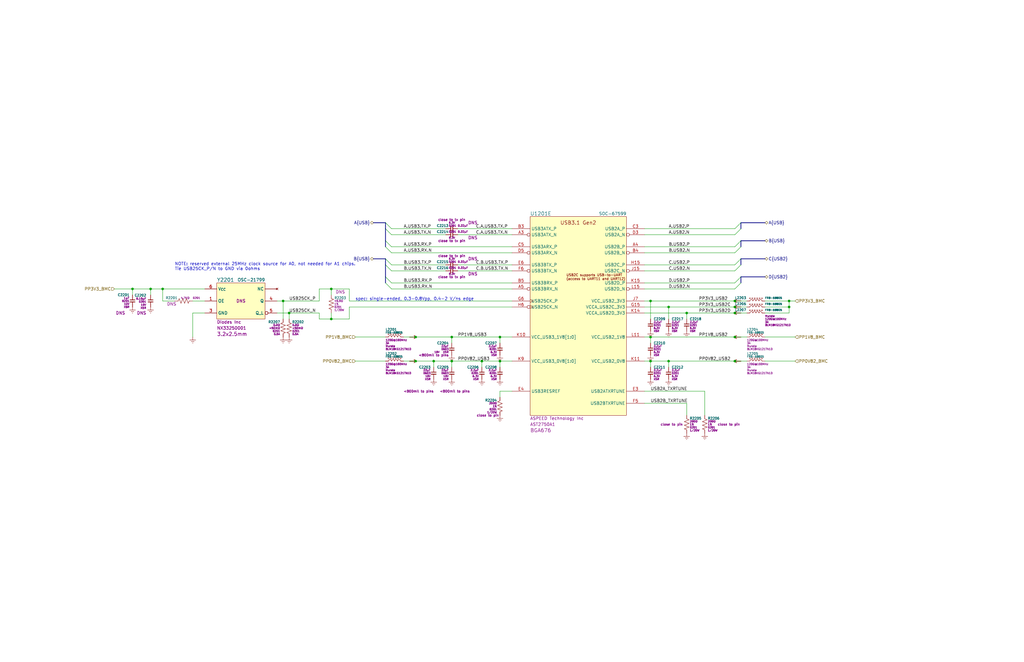
<source format=kicad_sch>
(kicad_sch (version 20231120) (generator "eeschema") (generator_version "8.0")
  (paper "B")
  (title_block (title "${PROJ}") (rev "${REV}") (company "${RPN}") (comment 1 "USB"))
  (lib_symbols
    (symbol "Capacitors, ceramic, Murata:CCM-610AA" (pin_numbers hide) (pin_names (offset 0) hide)
      (property "Reference" "C" (at 1.27 2.54 0))
      (property "val" "0.10µF" (at 1.27 1.27 0))
      (property "pkg" "0201" (at 1.27 0 0))
      (property "volt" "10V" (at 1.27 -1.27 0))
      (property "type" "X5R" (at 1.27 -2.54 0))
      (symbol "CCM-610AA_1_1"
        (pin passive line (at 0 2.54 270) (length 2.032) (name "~") (number "1"))
        (pin passive line (at 0 -2.54 90) (length 2.032) (name "~") (number "2"))
      )
    )
    (symbol "Capacitors, ceramic, Murata:CCM-622AA" (pin_numbers hide) (pin_names (offset 0) hide)
      (property "Reference" "C" (at 1.27 2.54 0))
      (property "val" "0.22µF" (at 1.27 1.27 0))
      (property "pkg" "0201" (at 1.27 0 0))
      (property "volt" "6.3V" (at 1.27 -1.27 0))
      (property "type" "X5R" (at 1.27 -2.54 0))
      (symbol "CCM-622AA_1_1"
        (pin passive line (at 0 2.54 270) (length 2.032) (name "~") (number "1"))
        (pin passive line (at 0 -2.54 90) (length 2.032) (name "~") (number "2"))
      )
    )
    (symbol "Capacitors, ceramic, Murata:CCM-710AD" (pin_numbers hide) (pin_names (offset 0) hide)
      (property "Reference" "C" (at 1.27 2.54 0))
      (property "val" "1µF" (at 1.27 1.27 0))
      (property "pkg" "0201" (at 1.27 0 0))
      (property "volt" "10V" (at 1.27 -1.27 0))
      (property "type" "X5R" (at 1.27 -2.54 0))
      (symbol "CCM-710AD_1_1"
        (pin passive line (at 0 2.54 270) (length 2.032) (name "~") (number "1"))
        (pin passive line (at 0 -2.54 90) (length 2.032) (name "~") (number "2"))
      )
    )
    (symbol "Capacitors, ceramic, Murata:CCM-722AA" (pin_numbers hide) (pin_names (offset 0) hide)
      (property "Reference" "C" (at 1.27 2.54 0))
      (property "val" "2.2µF" (at 1.27 1.27 0))
      (property "pkg" "0201" (at 1.27 0 0))
      (property "volt" "6.3V" (at 1.27 -1.27 0))
      (property "type" "X5R" (at 1.27 -2.54 0))
      (symbol "CCM-722AA_1_1"
        (pin passive line (at 0 2.54 270) (length 2.032) (name "~") (number "1"))
        (pin passive line (at 0 -2.54 90) (length 2.032) (name "~") (number "2"))
      )
    )
    (symbol "Capacitors, ceramic, Murata:CCM-822CC" (pin_numbers hide) (pin_names (offset 0) hide)
      (property "Reference" "C" (at 1.27 2.54 0))
      (property "val" "22µF" (at 1.27 1.27 0))
      (property "pkg" "0603" (at 1.27 0 0))
      (property "volt" "10V" (at 1.27 -1.27 0))
      (property "type" "X5R" (at 1.27 -2.54 0))
      (symbol "CCM-822CC_1_1"
        (pin passive line (at 0 2.54 270) (length 2.032) (name "~") (number "1"))
        (pin passive line (at 0 -2.54 90) (length 2.032) (name "~") (number "2"))
      )
    )
    (symbol "Inductors:FRB-68805" (pin_numbers hide) (pin_names (offset 1.016) hide)
      (property "Reference" "L" (at -3.81 3.175 0))
      (property "Value" "FRB-68805" (at -3.81 1.905 0))
      (property "imp" "120Ω@100MHz" (at -3.81 -1.27 0))
      (property "mfr" "Murata" (at -3.81 -3.81 0))
      (property "mpn" "BLM18KG121TN1D" (at -3.81 -5.08 0))
      (property "Imax" "3A" (at -3.81 -2.54 0))
      (symbol "FRB-68805_1_1"
        (pin passive line (at -3.81 0 0) (length 1.27) (name "1") (number "1"))
        (pin passive line (at 3.81 0 180) (length 1.27) (name "2") (number "2"))
      )
    )
    (symbol "Power:GND" (power) (pin_names (offset 0)) (in_bom no) (on_board no)
      (symbol "GND_1_1"
        (pin power_in line (at 0 0 270) (length 0) hide (name "GND") (number "1"))
      )
    )
    (symbol "Power:PWR_FLAG" (power) (pin_numbers hide) (pin_names (offset 0) hide) (in_bom no) (on_board no)
      (symbol "PWR_FLAG_0_0"
        (pin power_out line (at 0 0 180) (length 0) (name "pwr") (number "1"))
      )
    )
    (symbol "Resistors:RES-0000A" (pin_numbers hide) (pin_names (offset 0) hide)
      (property "Reference" "R" (at 1.27 2.54 0))
      (property "val" "0.0Ω" (at 1.27 1.27 0))
      (property "tol" "<50mΩ" (at 1.27 0 0))
      (property "pkg" "0201" (at 1.27 -1.27 0))
      (property "pwr" "0.5A" (at 1.27 -2.54 0))
      (symbol "RES-0000A_1_1"
        (pin passive line (at 0 3.81 270) (length 1.27) (name "~") (number "1"))
        (pin passive line (at 0 -3.81 90) (length 1.27) (name "~") (number "2"))
      )
    )
    (symbol "Resistors:RES-2499A" (pin_numbers hide) (pin_names (offset 0) hide)
      (property "Reference" "R" (at 1.27 2.54 0))
      (property "val" "49.9Ω" (at 1.27 1.27 0))
      (property "tol" "1%" (at 1.27 0 0))
      (property "pkg" "0201" (at 1.27 -1.27 0))
      (property "pwr" "1/20W" (at 1.27 -2.54 0))
      (symbol "RES-2499A_1_1"
        (pin passive line (at 0 3.81 270) (length 1.27) (name "~") (number "1"))
        (pin passive line (at 0 -3.81 90) (length 1.27) (name "~") (number "2"))
      )
    )
    (symbol "Resistors:RES-3200A" (pin_numbers hide) (pin_names (offset 0) hide)
      (property "Reference" "R" (at 1.27 2.54 0))
      (property "val" "200Ω" (at 1.27 1.27 0))
      (property "tol" "1%" (at 1.27 0 0))
      (property "pkg" "0201" (at 1.27 -1.27 0))
      (property "pwr" "1/20W" (at 1.27 -2.54 0))
      (symbol "RES-3200A_1_1"
        (pin passive line (at 0 3.81 270) (length 1.27) (name "~") (number "1"))
        (pin passive line (at 0 -3.81 90) (length 1.27) (name "~") (number "2"))
      )
    )
    (symbol "Resistors:RES-4470A" (pin_numbers hide) (pin_names (offset 0) hide)
      (property "Reference" "R" (at 1.27 2.54 0))
      (property "val" "4.7KΩ" (at 1.27 1.27 0))
      (property "tol" "1%" (at 1.27 0 0))
      (property "pkg" "0201" (at 1.27 -1.27 0))
      (property "pwr" "1/20W" (at 1.27 -2.54 0))
      (symbol "RES-4470A_1_1"
        (pin passive line (at 0 3.81 270) (length 1.27) (name "~") (number "1"))
        (pin passive line (at 0 -3.81 90) (length 1.27) (name "~") (number "2"))
      )
    )
    (symbol "SoCs, non-Rivos:SOC-67599"
      (property "Reference" "U" (at -17.78 57.15 0))
      (property "Value" "SOC-67599" (at 17.78 57.15 0))
      (property "mfr" "ASPEED Technology Inc" (at -17.78 -58.42 0))
      (property "mpn" "AST2750A1" (at -17.78 -60.96 0))
      (property "pkg" "BGA676" (at -17.78 -63.5 0))
      (symbol "SOC-67599_1_1"
        (text "PCIe0" (at -8.89 22.86 0) (effects (font (size 1.524 1.524)) (justify left)))
        (text "PCIe1" (at 2.54 22.86 0) (effects (font (size 1.524 1.524)) (justify left)))
        (pin input line (at -27.94 20.32 0) (length 7.62) (name "PE0CK_P") (number "AA10"))
        (pin passive line (at -27.94 -20.32 0) (length 7.62) hide (name "VCC_PEG4_1V8[1:0]") (number "AA7"))
        (pin power_in line (at -27.94 -10.16 0) (length 7.62) (name "VCC_PEG4_0V8[1:0]") (number "AA8"))
        (pin input inverted_clock (at 27.94 17.78 180) (length 7.62) (name "PE1CK_N") (number "AA9"))
        (pin input inverted_clock (at -27.94 17.78 0) (length 7.62) (name "PE0CK_N") (number "AB10"))
        (pin passive line (at -27.94 -10.16 0) (length 7.62) hide (name "VCC_PEG4_0V8[1:0]") (number "AB8"))
        (pin input inverted (at 27.94 2.54 180) (length 7.62) (name "PE1RX_N") (number "AC7"))
        (pin output inverted (at 27.94 10.16 180) (length 7.62) (name "PE1TX_N") (number "AC9"))
        (pin input line (at 27.94 -10.16 180) (length 7.62) (name "PCIEREF") (number "AD11"))
        (pin input line (at 27.94 5.08 180) (length 7.62) (name "PE1RX_P") (number "AD7"))
        (pin output line (at 27.94 12.7 180) (length 7.62) (name "PE1TX_P") (number "AD9"))
        (pin output line (at -27.94 12.7 0) (length 7.62) (name "PE0TX_P") (number "AE10"))
        (pin bidirectional line (at 27.94 -2.54 180) (length 7.62) (name "PCIE1RSTN1v8") (number "AE3"))
        (pin input line (at -27.94 5.08 0) (length 7.62) (name "PE0RX_P") (number "AE8"))
        (pin output inverted (at -27.94 10.16 0) (length 7.62) (name "PE0TX_N") (number "AF10"))
        (pin bidirectional line (at -27.94 -2.54 0) (length 7.62) (name "PCIE0RSTN1v8") (number "AF2"))
        (pin input inverted (at -27.94 2.54 0) (length 7.62) (name "PE0RX_N") (number "AF8"))
        (pin power_in line (at -27.94 -20.32 0) (length 7.62) (name "VCC_PEG4_1V8[1:0]") (number "Y8"))
        (pin input line (at 27.94 20.32 180) (length 7.62) (name "PE1CK_P") (number "Y9"))
      )
      (symbol "SOC-67599_2_1"
        (text "DP HBR" (at 0 11.43 0) (effects (font (size 1.524 1.524))))
        (pin input line (at 27.94 -8.89 180) (length 7.62) (name "DPHPD1v8") (number "AA6"))
        (pin power_in line (at -27.94 -8.89 0) (length 7.62) (name "VCC_DP_VCC12A_1V2") (number "AB5"))
        (pin power_in line (at -27.94 1.27 0) (length 7.62) (name "VCC_DP_VCC18A_1V8") (number "AB6"))
        (pin bidirectional inverted (at -27.94 6.35 0) (length 7.62) (name "DPAUX_N") (number "AC5"))
        (pin bidirectional line (at -27.94 8.89 0) (length 7.62) (name "DPAUX_P") (number "AD5"))
        (pin output inverted (at 27.94 -1.27 180) (length 7.62) (name "DPMLTX1_N") (number "AE5"))
        (pin output inverted (at 27.94 6.35 180) (length 7.62) (name "DPMLTX0_N") (number "AE6"))
        (pin output line (at 27.94 1.27 180) (length 7.62) (name "DPMLTX1_P") (number "AF5"))
        (pin output line (at 27.94 8.89 180) (length 7.62) (name "DPMLTX0_P") (number "AF6"))
      )
      (symbol "SOC-67599_3_1"
        (text "DDR4/DDR5" (at 0 53.34 0) (effects (font (size 1.524 1.524))))
        (pin output line (at 25.4 43.18 180) (length 7.62) (name "DDR5CK_P") (number "AA1"))
        (pin output inverted_clock (at 25.4 40.64 180) (length 7.62) (name "DDR5CK_N") (number "AA2"))
        (pin bidirectional line (at 25.4 -5.08 180) (length 7.62) (name "DDR4CA10") (number "AA4"))
        (pin output inverted_clock (at 25.4 48.26 180) (length 7.62) (name "DDR4CK_N") (number "AB1"))
        (pin output line (at 25.4 50.8 180) (length 7.62) (name "DDR4CK_P") (number "AB2"))
        (pin bidirectional line (at 25.4 35.56 180) (length 7.62) (name "DDR4BA0") (number "AB3"))
        (pin bidirectional line (at 25.4 33.02 180) (length 7.62) (name "DDR4BA1") (number "AC1"))
        (pin output output_low (at 25.4 -22.86 180) (length 7.62) (name "DDR4CASN") (number "AC3"))
        (pin bidirectional line (at 25.4 -12.7 180) (length 7.62) (name "DDR4CA13") (number "AD1"))
        (pin output output_low (at 25.4 -27.94 180) (length 7.62) (name "DDR4RASN") (number "AD2"))
        (pin output output_low (at 25.4 -40.64 180) (length 7.62) (name "DDR4CSN") (number "AD3"))
        (pin output output_low (at 25.4 -25.4 180) (length 7.62) (name "DDR4WEN") (number "AE1"))
        (pin output line (at 25.4 -45.72 180) (length 7.62) (name "DDR_ODT") (number "AE2"))
        (pin bidirectional inverted (at -25.4 33.02 0) (length 7.62) (name "DDRDQS0_N") (number "G1"))
        (pin bidirectional line (at -25.4 35.56 0) (length 7.62) (name "DDRDQS0_P") (number "G2"))
        (pin bidirectional line (at -25.4 22.86 0) (length 7.62) (name "DDRDQ0") (number "G3"))
        (pin bidirectional line (at -25.4 15.24 0) (length 7.62) (name "DDRDQ3") (number "H3"))
        (pin bidirectional line (at -25.4 20.32 0) (length 7.62) (name "DDRDQ1") (number "H4"))
        (pin bidirectional line (at -25.4 7.62 0) (length 7.62) (name "DDRDQ6") (number "J1"))
        (pin output line (at -25.4 27.94 0) (length 7.62) (name "DDRDM0") (number "J2"))
        (pin bidirectional line (at -25.4 12.7 0) (length 7.62) (name "DDRDQ4") (number "J3"))
        (pin bidirectional line (at -25.4 17.78 0) (length 7.62) (name "DDRDQ2") (number "J4"))
        (pin bidirectional line (at -25.4 5.08 0) (length 7.62) (name "DDRDQ7") (number "K2"))
        (pin bidirectional line (at -25.4 10.16 0) (length 7.62) (name "DDRDQ5") (number "K3"))
        (pin bidirectional line (at -25.4 -12.7 0) (length 7.62) (name "DDRDQ8") (number "L3"))
        (pin bidirectional inverted (at -25.4 -2.54 0) (length 7.62) (name "DDRDQS1_N") (number "M1"))
        (pin bidirectional line (at -25.4 0 0) (length 7.62) (name "DDRDQS1_P") (number "M2"))
        (pin bidirectional line (at -25.4 -15.24 0) (length 7.62) (name "DDRDQ9") (number "M3"))
        (pin bidirectional line (at -25.4 -20.32 0) (length 7.62) (name "DDRDQ11") (number "M4"))
        (pin bidirectional line (at -25.4 -25.4 0) (length 7.62) (name "DDRDQ13") (number "N1"))
        (pin bidirectional line (at -25.4 -17.78 0) (length 7.62) (name "DDRDQ10") (number "N2"))
        (pin output line (at -25.4 -7.62 0) (length 7.62) (name "DDRDM1") (number "N3"))
        (pin bidirectional line (at -25.4 -30.48 0) (length 7.62) (name "DDRDQ15") (number "P1"))
        (pin bidirectional line (at -25.4 -27.94 0) (length 7.62) (name "DDRDQ14") (number "P3"))
        (pin bidirectional line (at -25.4 -22.86 0) (length 7.62) (name "DDRDQ12") (number "P4"))
        (pin bidirectional line (at 25.4 -17.78 180) (length 7.62) (name "DDR4CKE_DDR5CSN") (number "R2"))
        (pin output output_low (at 25.4 -38.1 180) (length 7.62) (name "DDR4ACTN_DDR5CA2") (number "R3"))
        (pin bidirectional line (at 25.4 25.4 180) (length 7.62) (name "DDR4BG1_DDR5CA1") (number "R4"))
        (pin bidirectional line (at 25.4 2.54 180) (length 7.62) (name "DDR4CA7_DDR5CA6") (number "T1"))
        (pin bidirectional line (at 25.4 27.94 180) (length 7.62) (name "DDR4BG0_DDR5CA0") (number "T2"))
        (pin open_collector line (at 25.4 -33.02 180) (length 7.62) (name "DDR_ALERTN") (number "T4"))
        (pin bidirectional line (at 25.4 -2.54 180) (length 7.62) (name "DDR4CA9_DDR5CA3") (number "U1"))
        (pin bidirectional line (at 25.4 -10.16 180) (length 7.62) (name "DDR4CA12_DDR5CA4") (number "U2"))
        (pin bidirectional line (at 25.4 -7.62 180) (length 7.62) (name "DDR4CA11_DDR5CA5") (number "U3"))
        (pin bidirectional line (at 25.4 5.08 180) (length 7.62) (name "DDR4CA6_DDR5CA8") (number "U4"))
        (pin bidirectional line (at 25.4 0 180) (length 7.62) (name "DDR4CA8_DDR5CA7") (number "V1"))
        (pin bidirectional line (at 25.4 10.16 180) (length 7.62) (name "DDR4CA4_DDR5CA10") (number "V3"))
        (pin bidirectional line (at 25.4 15.24 180) (length 7.62) (name "DDR4CA2_DDR5CA12") (number "V4"))
        (pin output line (at -25.4 -48.26 0) (length 7.62) (name "DDRATO") (number "V5"))
        (pin bidirectional line (at 25.4 12.7 180) (length 7.62) (name "DDR4CA3_DDR5CA11") (number "W1"))
        (pin bidirectional line (at 25.4 7.62 180) (length 7.62) (name "DDR4CA5_DDR5CA9") (number "W2"))
        (pin bidirectional line (at 25.4 20.32 180) (length 7.62) (name "DDR4CA0") (number "W3"))
        (pin input line (at 25.4 -50.8 180) (length 7.62) (name "DDR_ZN") (number "W4"))
        (pin bidirectional line (at 25.4 17.78 180) (length 7.62) (name "DDR4CA1_DDR5CA13") (number "Y1"))
        (pin output output_low (at 25.4 -35.56 180) (length 7.62) (name "DDRRESETN") (number "Y2"))
        (pin output line (at -25.4 -50.8 0) (length 7.62) (name "DDRDTO") (number "Y3"))
      )
      (symbol "SOC-67599_4_1"
        (text "UFS 2.1" (at 0 13.97 0) (effects (font (size 1.524 1.524))))
        (pin output line (at 27.94 11.43 180) (length 7.62) (name "UFSTX0_P") (number "A2"))
        (pin input line (at 27.94 -8.89 180) (length 7.62) (name "UFSRX1_P") (number "B1"))
        (pin output inverted (at 27.94 8.89 180) (length 7.62) (name "UFSTX0_N") (number "B2"))
        (pin input inverted (at 27.94 -11.43 180) (length 7.62) (name "UFSRX1_N") (number "C1"))
        (pin output line (at 27.94 6.35 180) (length 7.62) (name "UFSTX1_P") (number "C2"))
        (pin input line (at 27.94 -3.81 180) (length 7.62) (name "UFSRX0_P") (number "D1"))
        (pin output inverted (at 27.94 3.81 180) (length 7.62) (name "UFSTX1_N") (number "D2"))
        (pin input inverted (at 27.94 -6.35 180) (length 7.62) (name "UFSRX0_N") (number "E1"))
        (pin output clock (at -27.94 11.43 0) (length 7.62) (name "UFSREFCK1v2") (number "E2"))
        (pin output output_low (at -27.94 6.35 0) (length 7.62) (name "UFSRSTN1v2") (number "F2"))
        (pin power_in line (at -27.94 -11.43 0) (length 7.62) (name "VCC_UFS_0V8") (number "K7"))
        (pin power_in line (at -27.94 -1.27 0) (length 7.62) (name "VCC_UFS_1V8") (number "L8"))
      )
      (symbol "SOC-67599_5_1"
        (text "USB2C supports USB-to-UART\n(access to UART11 and UART12)" (at -5.08 16.51 0) (effects (font (size 1 1)) (justify left)))
        (text "USB3.1 Gen2" (at 0 39.37 0) (effects (font (size 1.524 1.524))))
        (pin output inverted (at -27.94 34.29 0) (length 7.62) (name "USB3ATX_N") (number "A3"))
        (pin bidirectional line (at 27.94 29.21 180) (length 7.62) (name "USB2B_P") (number "A4"))
        (pin input inverted (at -27.94 11.43 0) (length 7.62) (name "USB3BRX_N") (number "A5"))
        (pin output line (at -27.94 36.83 0) (length 7.62) (name "USB3ATX_P") (number "B3"))
        (pin bidirectional inverted (at 27.94 26.67 180) (length 7.62) (name "USB2B_N") (number "B4"))
        (pin input line (at -27.94 13.97 0) (length 7.62) (name "USB3BRX_P") (number "B5"))
        (pin bidirectional line (at 27.94 36.83 180) (length 7.62) (name "USB2A_P") (number "C3"))
        (pin input line (at -27.94 29.21 0) (length 7.62) (name "USB3ARX_P") (number "C5"))
        (pin bidirectional inverted (at 27.94 34.29 180) (length 7.62) (name "USB2A_N") (number "D3"))
        (pin input inverted (at -27.94 26.67 0) (length 7.62) (name "USB3ARX_N") (number "D5"))
        (pin input line (at 27.94 -31.75 180) (length 7.62) (name "USB2ATXRTUNE") (number "E3"))
        (pin input line (at -27.94 -31.75 0) (length 7.62) (name "USB3RESREF") (number "E4"))
        (pin output line (at -27.94 21.59 0) (length 7.62) (name "USB3BTX_P") (number "E6"))
        (pin input line (at 27.94 -36.83 180) (length 7.62) (name "USB2BTXRTUNE") (number "F5"))
        (pin output inverted (at -27.94 19.05 0) (length 7.62) (name "USB3BTX_N") (number "F6"))
        (pin power_in line (at 27.94 3.81 180) (length 7.62) (name "VCCA_USB2C_3V3") (number "G15"))
        (pin input clock (at -27.94 6.35 0) (length 7.62) (name "USB25CK_P") (number "G6"))
        (pin bidirectional line (at 27.94 21.59 180) (length 7.62) (name "USB2C_P") (number "H15"))
        (pin input inverted_clock (at -27.94 3.81 0) (length 7.62) (name "USB25CK_N") (number "H6"))
        (pin bidirectional inverted (at 27.94 19.05 180) (length 7.62) (name "USB2C_N") (number "J15"))
        (pin power_in line (at 27.94 6.35 180) (length 7.62) (name "VCC_USB2_3V3") (number "J7"))
        (pin power_in line (at -27.94 -8.89 0) (length 7.62) (name "VCC_USB3_1V8[1:0]") (number "K10"))
        (pin power_in line (at 27.94 -19.05 180) (length 7.62) (name "VCC_USB2_0V8") (number "K11"))
        (pin power_in line (at 27.94 1.27 180) (length 7.62) (name "VCCA_USB2D_3V3") (number "K14"))
        (pin bidirectional line (at 27.94 13.97 180) (length 7.62) (name "USB2D_P") (number "K15"))
        (pin power_in line (at -27.94 -19.05 0) (length 7.62) (name "VCC_USB3_0V8[1:0]") (number "K9"))
        (pin passive line (at -27.94 -8.89 0) (length 7.62) hide (name "VCC_USB3_1V8[1:0]") (number "L10"))
        (pin power_in line (at 27.94 -8.89 180) (length 7.62) (name "VCC_USB2_1V8") (number "L11"))
        (pin bidirectional inverted (at 27.94 11.43 180) (length 7.62) (name "USB2D_N") (number "L15"))
        (pin passive line (at -27.94 -19.05 0) (length 7.62) hide (name "VCC_USB3_0V8[1:0]") (number "L9"))
      )
      (symbol "SOC-67599_6_1"
        (text "eMMC" (at -5.08 36.83 0) (effects (font (size 1.524 1.524))))
        (text "JTAG0 (M/S)" (at 7.62 29.21 0) (effects (font (size 1.524 1.524)) (justify left)))
        (text "JTAG1 (M)" (at 1.27 12.7 0) (effects (font (size 1.524 1.524)) (justify left)))
        (text "LTPI1 Rx" (at 10.16 -24.13 0) (effects (font (size 1.524 1.524)) (justify left)))
        (text "LTPI1 Tx" (at 10.16 -8.89 0) (effects (font (size 1.524 1.524)) (justify left)))
        (text "LTPI2 Rx" (at -10.16 -24.13 0) (effects (font (size 1.524 1.524)) (justify right)))
        (text "LTPI2 Tx" (at -10.16 -8.89 0) (effects (font (size 1.524 1.524)) (justify right)))
        (pin input line (at 45.72 29.21 180) (length 7.62) (name "TMS01v8") (number "AA5"))
        (pin bidirectional line (at -45.72 21.59 0) (length 7.62) (name "EMMCDAT3_GPIO18A5") (number "AB13"))
        (pin input input_low (at -45.72 1.27 0) (length 7.62) (name "EMMCCDN_VB0CSN_GPIO18A6") (number "AB14"))
        (pin bidirectional line (at -45.72 13.97 0) (length 7.62) (name "EMMCDAT5_VB0MISO_GPIO18B1_UFSCLKI") (number "AC13"))
        (pin output clock (at -45.72 34.29 0) (length 7.62) (name "EMMCCLK_VB1CSN_GPIO18A0") (number "AC14"))
        (pin input inverted (at 45.72 -29.21 180) (length 7.62) (name "LTPI1RX_N") (number "AC21"))
        (pin output line (at 45.72 -11.43 180) (length 7.62) (name "LTPI1TX_P") (number "AC23"))
        (pin bidirectional line (at -45.72 11.43 0) (length 7.62) (name "EMMCDAT6_DDCCLK_GPIO18B2") (number "AD13"))
        (pin bidirectional line (at -45.72 29.21 0) (length 7.62) (name "EMMCDAT0_VB1MOSI_GPIO18A2") (number "AD14"))
        (pin input line (at 45.72 -26.67 180) (length 7.62) (name "LTPI1RX_P") (number "AD21"))
        (pin output inverted (at 45.72 -13.97 180) (length 7.62) (name "LTPI1TX_N") (number "AD23"))
        (pin input input_low (at 45.72 34.29 180) (length 7.62) (name "NTRST01v8") (number "AD4"))
        (pin bidirectional line (at -45.72 8.89 0) (length 7.62) (name "EMMCDAT7_DDCDAT_GPIO18B3") (number "AE13"))
        (pin bidirectional line (at -45.72 26.67 0) (length 7.62) (name "EMMCDAT1_VB1MISO_GPIO18A3") (number "AE14"))
        (pin bidirectional line (at -45.72 3.81 0) (length 7.62) (name "EMMCCMD_VB1CK_GPIO18A1") (number "AE15"))
        (pin input inverted_clock (at 45.72 -21.59 180) (length 7.62) (name "LTPI1RXCK_N") (number "AE22"))
        (pin output inverted (at 45.72 -6.35 180) (length 7.62) (name "LTPI1TXCK_N") (number "AE24"))
        (pin input line (at 45.72 24.13 180) (length 7.62) (name "TDI01v8") (number "AE4"))
        (pin bidirectional line (at -45.72 16.51 0) (length 7.62) (name "EMMCDAT4_VB0MOSI_GPIO18B0") (number "AF13"))
        (pin bidirectional line (at -45.72 24.13 0) (length 7.62) (name "EMMCDAT2_GPIO18A4") (number "AF14"))
        (pin input clock (at 45.72 -19.05 180) (length 7.62) (name "LTPI1RXCK_P") (number "AF22"))
        (pin output line (at 45.72 -3.81 180) (length 7.62) (name "LTPI1TXCK_P") (number "AF24"))
        (pin input clock (at 45.72 31.75 180) (length 7.62) (name "TCK01v8") (number "AF3"))
        (pin output line (at 45.72 26.67 180) (length 7.62) (name "TDO01v8") (number "AF4"))
        (pin output output_low (at 45.72 19.05 180) (length 7.62) (name "GPIOQ2_MNTRST13v3") (number "D12"))
        (pin output line (at 45.72 13.97 180) (length 7.62) (name "GPIOQ4_MTMS13v3") (number "E11"))
        (pin output line (at 45.72 16.51 180) (length 7.62) (name "GPIOQ3_MTCK13v3") (number "F10"))
        (pin output line (at 45.72 11.43 180) (length 7.62) (name "GPIOQ5_MTDI13v3") (number "F11"))
        (pin input line (at 45.72 8.89 180) (length 7.62) (name "GPIOQ6_MTDO13v3") (number "F13"))
        (pin power_in line (at 45.72 3.81 180) (length 7.62) (name "VCC_BMC_3V3[3:0]") (number "G13"))
        (pin power_in line (at -45.72 -34.29 0) (length 7.62) (name "VCC_LTPIIO2_1V8[1:0]") (number "P19"))
        (pin power_in line (at 45.72 -34.29 180) (length 7.62) (name "VCC_LTPIIO_1V8[1:0]") (number "P20"))
        (pin passive line (at 45.72 -34.29 180) (length 7.62) hide (name "VCC_LTPIIO_1V8[1:0]") (number "P21"))
        (pin passive line (at -45.72 -34.29 0) (length 7.62) hide (name "VCC_LTPIIO2_1V8[1:0]") (number "R20"))
        (pin output inverted (at -45.72 -6.35 0) (length 7.62) (name "LTPI2TXCK_N") (number "T25"))
        (pin output line (at -45.72 -3.81 0) (length 7.62) (name "LTPI2TXCK_P") (number "T26"))
        (pin output inverted (at -45.72 -13.97 0) (length 7.62) (name "LTPI2TX_N") (number "U23"))
        (pin output line (at -45.72 -11.43 0) (length 7.62) (name "LTPI2TX_P") (number "U24"))
        (pin input inverted_clock (at -45.72 -21.59 0) (length 7.62) (name "LTPI2RXCK_N") (number "V25"))
        (pin input clock (at -45.72 -19.05 0) (length 7.62) (name "LTPI2RXCK_P") (number "V26"))
        (pin input inverted (at -45.72 -29.21 0) (length 7.62) (name "LTPI2RX_N") (number "W23"))
        (pin input line (at -45.72 -26.67 0) (length 7.62) (name "LTPI2RX_P") (number "W24"))
      )
      (symbol "SOC-67599_7_1"
        (text "eSPI0/1" (at 0 13.97 0) (effects (font (size 1.524 1.524))))
        (pin input input_low (at -58.42 3.81 0) (length 7.62) (name "ESPI0CSN_L0FRAMEN_GPIOM5") (number "B13"))
        (pin bidirectional line (at -58.42 -6.35 0) (length 7.62) (name "ESPI0D3_L0AD3_GPIOM3") (number "B14"))
        (pin bidirectional line (at -58.42 -3.81 0) (length 7.62) (name "ESPI0D2_L0AD2_GPIOM2") (number "B15"))
        (pin bidirectional line (at -58.42 1.27 0) (length 7.62) (name "ESPI0D0_L0AD0_GPIOM0") (number "B16"))
        (pin open_collector line (at 58.42 6.35 180) (length 7.62) (name "ESPI1ALTN_L1SIRQN_SD0CMD_GPIOA2_SDA3_VPIVS") (number "C11"))
        (pin bidirectional line (at 58.42 -3.81 180) (length 7.62) (name "ESPI1D2_L1AD2_SD0DAT2_GPIOA6_SDA2") (number "C12"))
        (pin bidirectional line (at 58.42 -6.35 180) (length 7.62) (name "ESPI1D3_L1AD3_SD0DAT3_GPIOA7_SCL3") (number "C13"))
        (pin input input_low (at 58.42 8.89 180) (length 7.62) (name "ESPI1RSTN_LPC1RSTN_SD0CDN_GPIOA1_SCL1_VPIHS") (number "C14"))
        (pin input input_low (at -58.42 8.89 0) (length 7.62) (name "ESPI0RSTN_LPC0RSTN_GPIOM7") (number "C15"))
        (pin input clock (at 58.42 11.43 180) (length 7.62) (name "ESPI1CK_L1CLK_SD0CLK_GPIOA0_SCL0_VPICLK") (number "C16"))
        (pin input clock (at -58.42 11.43 0) (length 7.62) (name "ESPI0CK_L0CLK_OSCCLK_GPIOM4") (number "C17"))
        (pin bidirectional line (at 58.42 -1.27 180) (length 7.62) (name "ESPI1D1_L1AD1_SD0DAT1_GPIOA5_SCL2_VPIR1") (number "D10"))
        (pin bidirectional line (at -58.42 -1.27 0) (length 7.62) (name "ESPI0D1_L0AD1_GPIOM1") (number "D14"))
        (pin input input_low (at 58.42 3.81 180) (length 7.62) (name "ESPI1CSN_L1FRAMEN_SD0WPN_GPIOA3_SDA0_VPIDE") (number "D9"))
        (pin open_collector line (at -58.42 6.35 0) (length 7.62) (name "ESPI0ALTN_L0SIRQN_GPIOM6") (number "E14"))
        (pin bidirectional line (at 58.42 1.27 180) (length 7.62) (name "ESPI1D0_L1AD0_SD0DAT0_GPIOA4_SDA1_VPIR0") (number "F14"))
        (pin power_in line (at 58.42 -11.43 180) (length 7.62) (name "VCC_ESPI1_1V8_3V3") (number "G17"))
        (pin power_in line (at -58.42 -11.43 0) (length 7.62) (name "VCC_ESPI0_1V8_3V3") (number "G18"))
      )
      (symbol "SOC-67599_8_1"
        (text "AST27x0A1: BOOT_FROM_UART strap at pin W16\n0: Disable (int. pulldown)\n1: Enable (ext. pullup required)" (at -29.21 -17.78 0) (effects (font (size 1 1)) (justify left)))
        (text "AST27x0A1: HeartBeat LED function strap at pin AC16\n0: Enable (int. pulldown)\n1: Disable (ext. pullup required)" (at -36.83 12.7 0) (effects (font (size 1 1)) (justify left)))
        (text "AST27x0A1: LTPI CRC mode sel. strap at pin AA14\n0: CRC option 1 (int. pulldown)\n1: CRC option 2" (at -29.21 -11.43 0) (effects (font (size 1 1)) (justify left)))
        (text "Debug / Boot from UART" (at -6.35 -26.67 0) (effects (font (size 1.524 1.524)) (justify left)))
        (text "UART / GPIO" (at -1.27 33.02 0) (effects (font (size 1.524 1.524))))
        (pin bidirectional line (at -52.07 -7.62 0) (length 7.62) (name "GPIOF5_NRTS1") (number "AA14"))
        (pin bidirectional line (at -52.07 5.08 0) (length 7.62) (name "GPIOF0_NCTS1_SIOONCTRLN1_HPM1GPO0") (number "AA15"))
        (pin bidirectional line (at -52.07 27.94 0) (length 7.62) (name "GPIOE1_NDCD0_SIOPBIN1") (number "AA16"))
        (pin bidirectional line (at 52.07 20.32 180) (length 7.62) (name "GPIOG3_RXD3_WDTRST1N_PWM9_SDA12_SM1CLKI") (number "AA17"))
        (pin bidirectional line (at -52.07 2.54 0) (length 7.62) (name "GPIOF1_NDCD1_SIOPWRGD1_HPM1GPO1") (number "AB15"))
        (pin bidirectional line (at -52.07 17.78 0) (length 7.62) (name "GPIOE5_NRTS0_SIOPWREQN1") (number "AB16"))
        (pin output line (at 52.07 7.62 180) (length 7.62) (name "TXD5_GPIOG4_WDTRST2N_PWM10_SCL13_SM1MOSII") (number "AB17"))
        (pin bidirectional line (at 52.07 30.48 180) (length 7.62) (name "GPIOG0_TXD2") (number "AB18"))
        (pin bidirectional line (at -52.07 0 0) (length 7.62) (name "GPIOF2_NDSR1_SALT2") (number "AC15"))
        (pin output line (at -52.07 15.24 0) (length 7.62) (name "TXD0") (number "AC16"))
        (pin bidirectional line (at 52.07 0 180) (length 7.62) (name "GPIOG6_TXD6_PWM12_SALT0_SCL14_SM1IO2I") (number "AC17"))
        (pin bidirectional line (at 52.07 27.94 180) (length 7.62) (name "GPIOG1_RXD2_SCL12") (number "AC18"))
        (pin output line (at 52.07 15.24 180) (length 7.62) (name "TXD41v8") (number "AD12"))
        (pin bidirectional line (at -52.07 -2.54 0) (length 7.62) (name "GPIOF3_NRI1_SALT3") (number "AD15"))
        (pin input line (at 52.07 5.08 180) (length 7.62) (name "RXD5_GPIOG5_WDTRST3N_PWM11_SDA13_SM1MISOI") (number "AD16"))
        (pin bidirectional line (at 52.07 -2.54 180) (length 7.62) (name "GPIOG7_RXD6_PWM13_SALT1_SDA14_SM1IO3I") (number "AD17"))
        (pin input line (at 52.07 12.7 180) (length 7.62) (name "RXD41v8") (number "AE12"))
        (pin bidirectional line (at 52.07 -5.08 180) (length 7.62) (name "GPIOH0_TXD7_PWM14_SCL15_SM1CS0NO") (number "AE16"))
        (pin bidirectional line (at 52.07 -7.62 180) (length 7.62) (name "GPIOH1_RXD7_PWM15_SDA15_SM1MUXSEL") (number "AE17"))
        (pin input line (at -52.07 12.7 0) (length 7.62) (name "RXD0") (number "AF16"))
        (pin bidirectional line (at -52.07 30.48 0) (length 7.62) (name "GPIOE0_NCTS0_SIOPBON1") (number "AF17"))
        (pin output line (at 52.07 -22.86 180) (length 7.62) (name "BMCUART_TXD12") (number "D11"))
        (pin input line (at 52.07 -25.4 180) (length 7.62) (name "BMCUART_RXD12") (number "D13"))
        (pin power_in line (at 52.07 -30.48 180) (length 7.62) (name "VCC_BMC_3V3[3:0]") (number "G14"))
        (pin power_in line (at 52.07 -12.7 180) (length 7.62) (name "VCC_PG2_1V8_3V3[1:0]") (number "H16"))
        (pin bidirectional line (at -52.07 20.32 0) (length 7.62) (name "GPIOE4_NDTR0_SIOS5N1") (number "J13"))
        (pin passive line (at 52.07 -12.7 180) (length 7.62) hide (name "VCC_PG2_1V8_3V3[1:0]") (number "J16"))
        (pin bidirectional line (at 52.07 22.86 180) (length 7.62) (name "GPIOG2_TXD3_WDTRST0N_PWM8_SM1CS0NI") (number "K13"))
        (pin power_in line (at -52.07 -22.86 0) (length 7.62) (name "VCC_SYSUART_1V8_3V3[1:0]") (number "K16"))
        (pin passive line (at -52.07 -22.86 0) (length 7.62) hide (name "VCC_SYSUART_1V8_3V3[1:0]") (number "L16"))
        (pin bidirectional line (at -52.07 -12.7 0) (length 7.62) (name "GPIOF7_RXD1") (number "V16"))
        (pin bidirectional line (at -52.07 22.86 0) (length 7.62) (name "GPIOE3_NRI0_SIOS3N1") (number "V17"))
        (pin bidirectional line (at -52.07 -10.16 0) (length 7.62) (name "GPIOF6_TXD1") (number "W16"))
        (pin bidirectional line (at -52.07 -5.08 0) (length 7.62) (name "GPIOF4_NDTR1_HPM1GPO2") (number "Y15"))
        (pin bidirectional line (at -52.07 25.4 0) (length 7.62) (name "GPIOE2_NDSR0_SIOSCIN1") (number "Y16"))
      )
      (symbol "SOC-67599_9_1"
        (text "MISC" (at 0 11.43 0) (effects (font (size 1.524 1.524))))
        (text "PECI" (at -1.27 -3.81 0) (effects (font (size 1.524 1.524)) (justify left)))
        (pin input input_low (at -33.02 3.81 0) (length 7.62) (name "SRSTN1v8") (number "AB11"))
        (pin input input_low (at -33.02 1.27 0) (length 7.62) (name "EXTRSTN1v8") (number "AB12"))
        (pin output output_low (at -33.02 -6.35 0) (length 7.62) (name "RSTIND1v8") (number "AB4"))
        (pin input line (at 33.02 8.89 180) (length 7.62) (name "ENTEST1v8") (number "AC11"))
        (pin input clock (at -33.02 8.89 0) (length 7.62) (name "CLKIN1v8") (number "AC12"))
        (pin bidirectional line (at 33.02 -1.27 180) (length 7.62) (name "PECI") (number "AD24"))
        (pin input input_low (at -33.02 -1.27 0) (length 7.62) (name "SSPRSTN1v8") (number "AF12"))
        (pin input input_low (at -33.02 -8.89 0) (length 7.62) (name "TSTRSTN") (number "AF15"))
        (pin power_in line (at 33.02 -6.35 180) (length 7.62) (name "VCC_PECIVDD_1V0") (number "L23"))
        (pin input input_low (at 33.02 3.81 180) (length 7.62) (name "CHASIN") (number "V15"))
      )
      (symbol "SOC-67599_10_1"
        (text "GPIO / TACH / PWM" (at 0 22.86 0) (effects (font (size 1.524 1.524))))
        (text "SCMGPO[11:0] will drive output 0 during power on until uboot \nconfiguration, make sure no harm to the peripherals connected." (at -49.53 -19.05 0) (effects (font (size 1 1)) (justify left)))
        (pin bidirectional line (at -58.42 17.78 0) (length 7.62) (name "GPIOB1_TACH1_THRUOUT0_SCMGPO1_VPIR3") (number "AA25"))
        (pin bidirectional line (at -58.42 15.24 0) (length 7.62) (name "GPIOB2_TACH2_THRUIN1_SCMGPO2_VPIR4") (number "AB23"))
        (pin bidirectional line (at 58.42 20.32 180) (length 7.62) (name "GPIOC2_TACH10_SALT12_NCTS6_SCMGPO10_VPIG4") (number "AB26"))
        (pin bidirectional line (at -58.42 20.32 0) (length 7.62) (name "GPIOB0_TACH0_THRUIN0_SCMGPO0_VPIR2") (number "AC26"))
        (pin bidirectional line (at 58.42 -15.24 180) (length 7.62) (name "GPIOD7_PWM7_SIOPWRGD0_SM0MUXSEL_HPM0GPO3") (number "AD22"))
        (pin bidirectional line (at 58.42 0 180) (length 7.62) (name "GPIOD1_PWM1_SIOPBIN0_SM0CLKI_HPM0GPI1_VPIB3") (number "AD25"))
        (pin bidirectional line (at 58.42 17.78 180) (length 7.62) (name "GPIOC3_TACH11_SALT13_NDCD6_SCMGPO11_VPIG5") (number "AD26"))
        (pin bidirectional line (at 58.42 -10.16 180) (length 7.62) (name "GPIOD5_PWM5_SIOPWREQN0_SM0IO3I_HPM0GPO1_VPIB7") (number "AE21"))
        (pin bidirectional line (at 58.42 -12.7 180) (length 7.62) (name "GPIOD6_PWM6_SIOONCTRLN0_SM0CS0NO_HPM0GPO2") (number "AE23"))
        (pin bidirectional line (at 58.42 2.54 180) (length 7.62) (name "GPIOD0_PWM0_SIOPBON0_SM0CS0NI_HPM0GPI0_VPIB2") (number "AE25"))
        (pin bidirectional line (at 58.42 12.7 180) (length 7.62) (name "GPIOC5_TACH13_SALT15_NRI6_SCMGPI1_VPIG7") (number "AE26"))
        (pin bidirectional line (at 58.42 -5.08 180) (length 7.62) (name "GPIOD3_PWM3_SIOS3N0_SM0MISOI_HPM0GPI3_VPIB5") (number "AF20"))
        (pin bidirectional line (at 58.42 -7.62 180) (length 7.62) (name "GPIOD4_PWM4_SIOS5N0_SM0IO2I_HPM0GPO0_VPIB6") (number "AF21"))
        (pin bidirectional line (at 58.42 -2.54 180) (length 7.62) (name "GPIOD2_PWM2_SIOSCIN0_SM0MOSII_HPM0GPI2_VPIB4") (number "AF23"))
        (pin bidirectional line (at 58.42 7.62 180) (length 7.62) (name "GPIOC7_TACH15_NRTS6_SM0CS0NI_SCMGPI3_VPIB1") (number "AF25"))
        (pin bidirectional line (at 58.42 10.16 180) (length 7.62) (name "GPIOC6_TACH14_NDTR6_SCMGPI2_VPIB0") (number "AF26"))
        (pin power_in line (at 58.42 -20.32 180) (length 7.62) (name "VCC_PG1_1V8_3V3[1:0]") (number "L25"))
        (pin power_in line (at -58.42 -7.62 0) (length 7.62) (name "VCC_PG0_1V8_3V3") (number "M24"))
        (pin passive line (at 58.42 -20.32 180) (length 7.62) hide (name "VCC_PG1_1V8_3V3[1:0]") (number "M25"))
        (pin bidirectional line (at -58.42 2.54 0) (length 7.62) (name "GPIOB7_TACH7_NRI5_SCMGPO7_VPIG1") (number "N25"))
        (pin bidirectional line (at -58.42 7.62 0) (length 7.62) (name "GPIOB5_TACH5_NDCD5_SCMGPO5_VPIR7") (number "N26"))
        (pin bidirectional line (at -58.42 5.08 0) (length 7.62) (name "GPIOB6_TACH6_NDSR5_SCMGPO6_VPIG0") (number "P25"))
        (pin bidirectional line (at 58.42 15.24 180) (length 7.62) (name "GPIOC4_TACH12_SALT14_NDSR6_SCMGPI0_VPIG6") (number "P26"))
        (pin bidirectional line (at -58.42 12.7 0) (length 7.62) (name "GPIOB3_TACH3_THRUOUT1_SCMGPO3_VPIR5") (number "U22"))
        (pin bidirectional line (at -58.42 10.16 0) (length 7.62) (name "GPIOB4_TACH4_NCTS5_SCMGPO4_VPIR6") (number "V21"))
        (pin bidirectional line (at -58.42 0 0) (length 7.62) (name "GPIOC0_TACH8_NDTR5_SCMGPO8_VPIG2") (number "V23"))
        (pin bidirectional line (at -58.42 -2.54 0) (length 7.62) (name "GPIOC1_TACH9_NRTS5_SCMGPO9_VPIG3") (number "W22"))
      )
      (symbol "SOC-67599_11_1"
        (text "FSI/I3CLV1" (at -15.24 -25.4 0) (effects (font (size 1.524 1.524)) (justify left)))
        (text "I3CHV0" (at 7.62 26.67 0) (effects (font (size 1.524 1.524)) (justify left)))
        (text "I3CHV1" (at -15.24 26.67 0) (effects (font (size 1.524 1.524)) (justify left)))
        (text "I3CLV1" (at -15.24 -5.08 0) (effects (font (size 1.524 1.524)) (justify left)))
        (pin bidirectional line (at -55.88 -2.54 0) (length 7.62) (name "GPIOJ3_I3CSDA5") (number "AA20"))
        (pin bidirectional line (at -55.88 -20.32 0) (length 7.62) (name "GPIOK2_I3CSCL9_FSI1CLK") (number "AA21"))
        (pin bidirectional line (at -55.88 -5.08 0) (length 7.62) (name "GPIOJ4_I3CSCL6") (number "AA22"))
        (pin bidirectional line (at -55.88 27.94 0) (length 7.62) (name "GPIOI4_HVI3C14SCL_SCL14") (number "AA23"))
        (pin bidirectional line (at 55.88 30.48 180) (length 7.62) (name "GPIOL3_HVI3CSDA1_SDA9") (number "AA24"))
        (pin bidirectional line (at 55.88 25.4 180) (length 7.62) (name "GPIOL5_HVI3CSDA2_SDA10") (number "AA26"))
        (pin bidirectional line (at -55.88 -7.62 0) (length 7.62) (name "GPIOJ5_I3CSDA6") (number "AB20"))
        (pin bidirectional line (at -55.88 -22.86 0) (length 7.62) (name "GPIOK3_I3CSDA9_FSI1DATA") (number "AB21"))
        (pin bidirectional line (at -55.88 22.86 0) (length 7.62) (name "GPIOI6_HVI3C15SCL_SCL15") (number "AB22"))
        (pin bidirectional line (at -55.88 -25.4 0) (length 7.62) (name "GPIOK4_I3CSCL10_FSI2CLK") (number "AC19"))
        (pin bidirectional line (at -55.88 -17.78 0) (length 7.62) (name "GPIOK1_I3CSDA8_FSI0DATA") (number "AC20"))
        (pin bidirectional line (at -55.88 25.4 0) (length 7.62) (name "GPIOI5_HVI3C14SDA_SDA14") (number "AC22"))
        (pin bidirectional line (at -55.88 -33.02 0) (length 7.62) (name "GPIOK7_I3CSDA11_FSI3DATA") (number "AD18"))
        (pin bidirectional line (at -55.88 -30.48 0) (length 7.62) (name "GPIOK6_I3CSCL11_FSI3CLK") (number "AD19"))
        (pin bidirectional line (at -55.88 -15.24 0) (length 7.62) (name "GPIOK0_I3CSCL8_FSI0CLK") (number "AD20"))
        (pin bidirectional line (at -55.88 -27.94 0) (length 7.62) (name "GPIOK5_I3CSDA10_FSI2DATA") (number "AE18"))
        (pin bidirectional line (at -55.88 -12.7 0) (length 7.62) (name "GPIOJ7_I3CSDA7") (number "AE19"))
        (pin bidirectional line (at -55.88 5.08 0) (length 7.62) (name "GPIOJ0_I3CSCL4") (number "AE20"))
        (pin bidirectional line (at -55.88 -10.16 0) (length 7.62) (name "GPIOJ6_I3CSCL7") (number "AF18"))
        (pin bidirectional line (at -55.88 2.54 0) (length 7.62) (name "GPIOJ1_I3CSDA4") (number "AF19"))
        (pin power_in line (at -55.88 -38.1 0) (length 7.62) (name "VCC_I3CVDDL1_1V0[2:0]") (number "N24"))
        (pin power_in line (at 55.88 15.24 180) (length 7.62) (name "VCC_I3CVDDH0_1V8_3V3[1:0]") (number "P22"))
        (pin passive line (at 55.88 15.24 180) (length 7.62) hide (name "VCC_I3CVDDH0_1V8_3V3[1:0]") (number "P23"))
        (pin passive line (at -55.88 -38.1 0) (length 7.62) hide (name "VCC_I3CVDDL1_1V0[2:0]") (number "P24"))
        (pin passive line (at -55.88 -38.1 0) (length 7.62) hide (name "VCC_I3CVDDL1_1V0[2:0]") (number "R24"))
        (pin bidirectional line (at 55.88 27.94 180) (length 7.62) (name "GPIOL4_HVI3CSCL2_SCL10") (number "R25"))
        (pin bidirectional line (at 55.88 22.86 180) (length 7.62) (name "GPIOL6_HVI3CSCL3_SCL11") (number "R26"))
        (pin power_in line (at -55.88 15.24 0) (length 7.62) (name "VCC_I3CVDDH1_1V8_3V3[1:0]") (number "T21"))
        (pin passive line (at -55.88 15.24 0) (length 7.62) hide (name "VCC_I3CVDDH1_1V8_3V3[1:0]") (number "T22"))
        (pin bidirectional line (at 55.88 38.1 180) (length 7.62) (name "GPIOL0_HVI3CSCL0_SCL8") (number "U25"))
        (pin bidirectional line (at 55.88 35.56 180) (length 7.62) (name "GPIOL1_HVI3CSDA0_SDA8") (number "U26"))
        (pin bidirectional line (at -55.88 30.48 0) (length 7.62) (name "GPIOI3_HVI3C13SDA_SDA13") (number "W21"))
        (pin bidirectional line (at -55.88 38.1 0) (length 7.62) (name "GPIOI0_HVI3C12SCL_SCL12") (number "W25"))
        (pin bidirectional line (at -55.88 20.32 0) (length 7.62) (name "GPIOI7_HVI3C15SDA_SDA15") (number "Y21"))
        (pin bidirectional line (at -55.88 0 0) (length 7.62) (name "GPIOJ2_I3CSCL5") (number "Y22"))
        (pin bidirectional line (at -55.88 35.56 0) (length 7.62) (name "GPIOI1_HVI3C12SDA_SDA12") (number "Y23"))
        (pin bidirectional line (at -55.88 33.02 0) (length 7.62) (name "GPIOI2_HVI3C13SCL_SCL13") (number "Y24"))
        (pin bidirectional line (at 55.88 20.32 180) (length 7.62) (name "GPIOL7_HVI3CSDA3_SDA11") (number "Y25"))
        (pin bidirectional line (at 55.88 33.02 180) (length 7.62) (name "GPIOL2_HVI3CSCL1_SCL9") (number "Y26"))
      )
      (symbol "SOC-67599_12_1"
        (text "FWSPI" (at -17.78 34.29 0) (effects (font (size 1.524 1.524))))
        (text "SPI0 - SOC0" (at -15.24 -3.81 0) (effects (font (size 1.524 1.524))))
        (text "SPI1 - SOC1" (at 11.43 34.29 0) (effects (font (size 1.524 1.524))))
        (text "SPI2 - HPM FPGA" (at 2.54 -26.67 0) (effects (font (size 1.524 1.524))))
        (pin output output_low (at -48.26 8.89 0) (length 7.62) (name "FWSPICS2N") (number "A12"))
        (pin output output_low (at -48.26 11.43 0) (length 7.62) (name "FWSPICS1N") (number "A13"))
        (pin input line (at -48.26 16.51 0) (length 7.62) (name "GPIOP7_FWSPIABR") (number "A14"))
        (pin bidirectional line (at -48.26 19.05 0) (length 7.62) (name "FWSPIDQ3_GPIOU7") (number "A15"))
        (pin input line (at -48.26 24.13 0) (length 7.62) (name "FWSPIMISO") (number "A16"))
        (pin output line (at -48.26 26.67 0) (length 7.62) (name "FWSPIMOSI") (number "A17"))
        (pin input line (at 48.26 11.43 180) (length 7.62) (name "GPIOO7_SPI1WPN_THRUOUT2") (number "A18"))
        (pin input line (at 48.26 13.97 180) (length 7.62) (name "GPIOO6_SPI1ABR_THRUIN2") (number "A19"))
        (pin output output_low (at 48.26 16.51 180) (length 7.62) (name "SPI1CS0") (number "A20"))
        (pin bidirectional line (at 48.26 19.05 180) (length 7.62) (name "GPIOO5_SPI1CS1_RXD11") (number "A21"))
        (pin bidirectional line (at 48.26 -11.43 180) (length 7.62) (name "GPIOP3_SPI2MISO") (number "A22"))
        (pin bidirectional line (at 48.26 -8.89 180) (length 7.62) (name "GPIOP2_SPI2MOSI") (number "A23"))
        (pin bidirectional line (at 48.26 26.67 180) (length 7.62) (name "SPI1MISO_TXD10") (number "A24"))
        (pin bidirectional line (at 48.26 29.21 180) (length 7.62) (name "SPI1MOSI_RXD9") (number "A25"))
        (pin bidirectional line (at 48.26 -19.05 180) (length 7.62) (name "GPIOP6_SPI2CS1N_HPM1GPO3") (number "A26"))
        (pin bidirectional line (at -48.26 -16.51 0) (length 7.62) (name "GPION4_SPI0DQ3") (number "B18"))
        (pin input line (at -48.26 -26.67 0) (length 7.62) (name "GPION7_SPI0WPN_RXD8") (number "B19"))
        (pin output output_low (at -48.26 -21.59 0) (length 7.62) (name "SPI0CS0_SPI0CS0") (number "B20"))
        (pin bidirectional line (at -48.26 -19.05 0) (length 7.62) (name "GPION5_SPI0CS1") (number "B21"))
        (pin bidirectional line (at -48.26 -11.43 0) (length 7.62) (name "SPI0MISO_GPION2") (number "B22"))
        (pin bidirectional line (at -48.26 -8.89 0) (length 7.62) (name "SPI0MOSI_GPION1") (number "B23"))
        (pin bidirectional line (at 48.26 24.13 180) (length 7.62) (name "GPIOO3_SPI1DQ2_RXD10") (number "B24"))
        (pin bidirectional line (at 48.26 -13.97 180) (length 7.62) (name "GPIOP4_SPI2DQ2_THRUIN3") (number "B25"))
        (pin output clock (at 48.26 31.75 180) (length 7.62) (name "SPI1CK_TXD9") (number "B26"))
        (pin bidirectional line (at -48.26 -13.97 0) (length 7.62) (name "GPION3_SPI0DQ2") (number "C23"))
        (pin output clock (at -48.26 29.21 0) (length 7.62) (name "FWSPICK") (number "C24"))
        (pin output output_low (at -48.26 31.75 0) (length 7.62) (name "FWSPICS0N") (number "C25"))
        (pin bidirectional line (at 48.26 -6.35 180) (length 7.62) (name "GPIOP1_SPI2CK") (number "C26"))
        (pin output clock (at -48.26 -6.35 0) (length 7.62) (name "SPI0CK") (number "D24"))
        (pin bidirectional line (at 48.26 -3.81 180) (length 7.62) (name "GPIOP0_SPI2CS0N") (number "D26"))
        (pin power_in line (at -48.26 -31.75 0) (length 7.62) (name "VCC_SPI0_1V8_3V3[1:0]") (number "E22"))
        (pin passive line (at -48.26 -31.75 0) (length 7.62) hide (name "VCC_SPI0_1V8_3V3[1:0]") (number "E23"))
        (pin power_in line (at 48.26 6.35 180) (length 7.62) (name "VCC_SPI1_1V8_3V3[1:0]") (number "E24"))
        (pin bidirectional line (at 48.26 21.59 180) (length 7.62) (name "GPIOO4_SPI1DQ3_TXD11") (number "E26"))
        (pin passive line (at 48.26 6.35 180) (length 7.62) hide (name "VCC_SPI1_1V8_3V3[1:0]") (number "F24"))
        (pin bidirectional line (at 48.26 -16.51 180) (length 7.62) (name "GPIOP5_SPI2DQ3_THRUOUT3") (number "F26"))
        (pin power_in line (at -48.26 3.81 0) (length 7.62) (name "VCC_FWSPI_3V3[1:0]") (number "G21"))
        (pin passive line (at -48.26 3.81 0) (length 7.62) hide (name "VCC_FWSPI_3V3[1:0]") (number "G22"))
        (pin power_in line (at 48.26 -24.13 180) (length 7.62) (name "VCC_SPI2_1V8_3V3[1:0]") (number "G23"))
        (pin passive line (at 48.26 -24.13 180) (length 7.62) hide (name "VCC_SPI2_1V8_3V3[1:0]") (number "H23"))
        (pin input line (at -48.26 -24.13 0) (length 7.62) (name "GPION6_SPI0ABR_TXD8") (number "M15"))
        (pin bidirectional line (at -48.26 21.59 0) (length 7.62) (name "FWSPIDQ2_GPIOU6") (number "M16"))
        (pin input line (at -48.26 13.97 0) (length 7.62) (name "GPIOQ7_FWSPIWPN") (number "N15"))
      )
      (symbol "SOC-67599_13_1"
        (text "AST27x0A1: LTPI driving strength \nDS0/DS1 strap at pin C18/N13\nrequire ext. pulls to set LVDS driving strengh" (at 1.27 17.78 0) (effects (font (size 1 1)) (justify left)))
        (text "MAC0" (at -16.51 6.35 0) (effects (font (size 1.524 1.524))))
        (text "MAC1" (at 1.27 6.35 0) (effects (font (size 1.524 1.524))))
        (text "PCIE2SGMII" (at 15.24 -15.24 0) (effects (font (size 1.524 1.524))))
        (text "PCIE2SGMII-MDIO" (at 8.89 -48.26 0) (effects (font (size 1.524 1.524))))
        (pin bidirectional line (at -58.42 31.75 0) (length 7.62) (name "GPIOR7_RGMII0TXCTL_RMII0TXEN") (number "A6"))
        (pin bidirectional line (at -58.42 41.91 0) (length 7.62) (name "GPIOR4_RGMII0RXD2_RMII0CRSDV") (number "A7"))
        (pin bidirectional line (at -58.42 46.99 0) (length 7.62) (name "GPIOR2_RGMII0RXD0_RMII0RXD0") (number "A8"))
        (pin bidirectional line (at 58.42 41.91 180) (length 7.62) (name "GPIOT4_RGMII1RXD2_RMII1CRSDV_SGPM1LD") (number "B10"))
        (pin bidirectional line (at 58.42 49.53 180) (length 7.62) (name "GPIOT1_RGMII1RXCTL_SGPSLD") (number "B11"))
        (pin bidirectional line (at 58.42 44.45 180) (length 7.62) (name "GPIOT3_RGMII1RXD1_RMII1RXD1_RXD3") (number "B12"))
        (pin bidirectional line (at -58.42 29.21 0) (length 7.62) (name "GPIOS0_RGMII0TXD0_RMII0TXD0") (number "B6"))
        (pin bidirectional line (at -58.42 24.13 0) (length 7.62) (name "GPIOS2_RGMII0TXD2") (number "B7"))
        (pin bidirectional line (at -58.42 21.59 0) (length 7.62) (name "GPIOS3_RGMII0TXD3") (number "B8"))
        (pin bidirectional clock (at -58.42 16.51 0) (length 7.62) (name "GPIOS4_MDC0") (number "B9"))
        (pin bidirectional line (at 58.42 13.97 180) (length 7.62) (name "GPIOU5_MDIO1") (number "C10"))
        (pin bidirectional clock (at 58.42 34.29 180) (length 7.62) (name "GPIOT6_RGMII1TXCK_RMII1RCLKO_SGPSCK") (number "C18"))
        (pin bidirectional line (at -58.42 49.53 0) (length 7.62) (name "GPIOR1_RGMII0RXCTL") (number "C19"))
        (pin bidirectional clock (at -58.42 52.07 0) (length 7.62) (name "GPIOR0_RGMII0RXCK_RMII0RCLKI") (number "C20"))
        (pin bidirectional line (at 58.42 31.75 180) (length 7.62) (name "GPIOT7_RGMII1TXCTL_RMII1TXEN") (number "C6"))
        (pin bidirectional line (at 58.42 29.21 180) (length 7.62) (name "GPIOU0_RGMII1TXD0_RMII1TXD0_SGPM1O") (number "C7"))
        (pin bidirectional line (at 58.42 21.59 180) (length 7.62) (name "GPIOU3_RGMII1TXD3_SGPSMI") (number "C8"))
        (pin bidirectional clock (at 58.42 16.51 180) (length 7.62) (name "GPIOU4_MDC1") (number "C9"))
        (pin bidirectional line (at 58.42 46.99 180) (length 7.62) (name "GPIOT2_RGMII1RXD0_RMII1RXD0_TXD3") (number "D15"))
        (pin bidirectional clock (at 58.42 52.07 180) (length 7.62) (name "GPIOT0_RGMII1RXCK_RMII1RCLKI_SGPM1CK") (number "D19"))
        (pin bidirectional clock (at -58.42 34.29 0) (length 7.62) (name "GPIOR6_RGMII0TXCK_RMII0RCLKO") (number "D20"))
        (pin bidirectional line (at 58.42 26.67 180) (length 7.62) (name "GPIOU1_RGMII1TXD1_RMII1TXD1_SGPM1I") (number "D7"))
        (pin bidirectional line (at 58.42 -44.45 180) (length 7.62) (name "GPIOQ0_MDIO2_PE2SGRSTN") (number "E10"))
        (pin bidirectional line (at 58.42 -46.99 180) (length 7.62) (name "GPIOQ1_MDC2") (number "E13"))
        (pin power_in line (at 58.42 8.89 180) (length 7.62) (name "VCC_RVDD1_1V8_3V3[2:0]") (number "E15"))
        (pin passive line (at 58.42 8.89 180) (length 7.62) hide (name "VCC_RVDD1_1V8_3V3[2:0]") (number "E16"))
        (pin passive line (at 58.42 8.89 180) (length 7.62) hide (name "VCC_RVDD1_1V8_3V3[2:0]") (number "E17"))
        (pin power_in line (at -58.42 8.89 0) (length 7.62) (name "VCC_RVDD0_1V8_3V3[2:0]") (number "E18"))
        (pin passive line (at -58.42 8.89 0) (length 7.62) hide (name "VCC_RVDD0_1V8_3V3[2:0]") (number "E19"))
        (pin passive line (at -58.42 8.89 0) (length 7.62) hide (name "VCC_RVDD0_1V8_3V3[2:0]") (number "E20"))
        (pin power_in line (at 58.42 -34.29 180) (length 7.62) (name "VCC_PESGA_IOCORE[1:0]") (number "G24"))
        (pin input line (at 58.42 -19.05 180) (length 7.62) (name "PE2SGRESREF") (number "G26"))
        (pin power_in line (at 58.42 -52.07 180) (length 7.62) (name "VCC_BMC_3V3[3:0]") (number "H13"))
        (pin passive line (at 58.42 -34.29 180) (length 7.62) hide (name "VCC_PESGA_IOCORE[1:0]") (number "H24"))
        (pin output inverted (at 58.42 -8.89 180) (length 7.62) (name "PE2SGTX_P") (number "H25"))
        (pin output line (at 58.42 -6.35 180) (length 7.62) (name "PE2SGTX_N") (number "H26"))
        (pin power_in line (at 58.42 -24.13 180) (length 7.62) (name "VCC_PESGH_3V3") (number "J23"))
        (pin input clock (at 58.42 -1.27 180) (length 7.62) (name "PE2SGCK_P") (number "J25"))
        (pin input inverted_clock (at 58.42 -3.81 180) (length 7.62) (name "PE2SGCK_N") (number "J26"))
        (pin input inverted (at 58.42 -13.97 180) (length 7.62) (name "PE2SGRX_N") (number "K25"))
        (pin input line (at 58.42 -11.43 180) (length 7.62) (name "PE2SGRX_P") (number "K26"))
        (pin bidirectional line (at -58.42 13.97 0) (length 7.62) (name "GPIOS5_MDIO0") (number "M14"))
        (pin bidirectional line (at 58.42 24.13 180) (length 7.62) (name "GPIOU2_RGMII1TXD2_SGPSMO") (number "N13"))
        (pin bidirectional line (at -58.42 26.67 0) (length 7.62) (name "GPIOS1_RGMII0TXD1_RMII0TXD1") (number "N14"))
        (pin bidirectional line (at 58.42 39.37 180) (length 7.62) (name "GPIOT5_RGMII1RXD3_RMII1RXER") (number "P13"))
        (pin bidirectional line (at -58.42 39.37 0) (length 7.62) (name "GPIOR5_RGMII0RXD3_RMII0RXER") (number "P14"))
        (pin bidirectional line (at -58.42 44.45 0) (length 7.62) (name "GPIOR3_RGMII0RXD1_RMII0RXD1") (number "R14"))
      )
      (symbol "SOC-67599_14_1"
        (text "By default, SMB[5:0] are internally allocated to LTPI,\ncan be configured back onto BMC local pinout." (at -38.1 0 0) (effects (font (size 1 1)) (justify left)))
        (text "SMB 0/1/2" (at 0 33.02 0) (effects (font (size 1.524 1.524))))
        (pin bidirectional line (at -50.8 -17.78 0) (length 7.62) (name "GPIOW5_SDA6_I2CF2SDAI") (number "D8"))
        (pin bidirectional line (at 50.8 25.4 180) (length 7.62) (name "GPIOX1_SDA8_I2CF0SDAI") (number "E12"))
        (pin bidirectional line (at -50.8 -20.32 0) (length 7.62) (name "GPIOW6_SCL7_I2CF2SCLO") (number "E8"))
        (pin bidirectional line (at -50.8 -5.08 0) (length 7.62) (name "GPIOW0_SCL4_I2CF1SCLI") (number "E9"))
        (pin bidirectional line (at 50.8 27.94 180) (length 7.62) (name "GPIOX0_SCL8_I2CF0SCLI") (number "F12"))
        (pin power_in line (at -50.8 -27.94 0) (length 7.62) (name "VCC_SMBG1_1V8_3V3") (number "F16"))
        (pin bidirectional line (at -50.8 -15.24 0) (length 7.62) (name "GPIOW4_SCL6_I2CF2SCLI") (number "F7"))
        (pin bidirectional line (at -50.8 -10.16 0) (length 7.62) (name "GPIOW2_SCL5_I2CF1SCLO") (number "F8"))
        (pin bidirectional line (at -50.8 -7.62 0) (length 7.62) (name "GPIOW1_SDA4_I2CF1SDAI") (number "F9"))
        (pin bidirectional line (at 50.8 12.7 180) (length 7.62) (name "GPIOX6_SCL11") (number "G10"))
        (pin bidirectional line (at -50.8 27.94 0) (length 7.62) (name "GPIOV0_SCL0_LTPIPSSCL0") (number "G11"))
        (pin bidirectional line (at 50.8 20.32 180) (length 7.62) (name "GPIOX3_SDA9_CAMBUSSTBY_I2CF0SDAO") (number "G7"))
        (pin bidirectional line (at 50.8 17.78 180) (length 7.62) (name "GPIOX4_SCL10_CAMBUSTX") (number "G8"))
        (pin bidirectional line (at 50.8 15.24 180) (length 7.62) (name "GPIOX5_SDA10_CAMBUSRX") (number "G9"))
        (pin bidirectional line (at -50.8 17.78 0) (length 7.62) (name "GPIOV4_SCL2_LTPIPSSCL2") (number "H10"))
        (pin bidirectional line (at -50.8 15.24 0) (length 7.62) (name "GPIOV5_SDA2_LTPIPSSDA2") (number "H11"))
        (pin power_in line (at 50.8 5.08 180) (length 7.62) (name "VCC_BMC_3V3[3:0]") (number "H14"))
        (pin bidirectional line (at -50.8 25.4 0) (length 7.62) (name "GPIOV1_SDA0_LTPIPSSDA0") (number "H7"))
        (pin bidirectional line (at -50.8 22.86 0) (length 7.62) (name "GPIOV2_SCL1_LTPIPSSCL1") (number "H8"))
        (pin bidirectional line (at -50.8 20.32 0) (length 7.62) (name "GPIOV3_SDA1_LTPIPSSDA1") (number "H9"))
        (pin bidirectional line (at -50.8 10.16 0) (length 7.62) (name "GPIOV7_SDA3_LTPIPSSDA3") (number "J10"))
        (pin bidirectional line (at 50.8 22.86 180) (length 7.62) (name "GPIOX2_SCL9_I2CF0SCLO") (number "J12"))
        (pin power_in line (at -50.8 5.08 0) (length 7.62) (name "VCC_SMBG0_1V8_3V3") (number "J14"))
        (pin bidirectional line (at -50.8 12.7 0) (length 7.62) (name "GPIOV6_SCL3_LTPIPSSCL3") (number "J9"))
        (pin bidirectional line (at 50.8 10.16 180) (length 7.62) (name "GPIOX7_SDA11") (number "K12"))
        (pin bidirectional line (at -50.8 -22.86 0) (length 7.62) (name "GPIOW7_SDA7_I2CF2SDAO") (number "L12"))
        (pin bidirectional line (at -50.8 -12.7 0) (length 7.62) (name "GPIOW3_SDA5_I2CF1SDAO") (number "M13"))
      )
      (symbol "SOC-67599_15_1"
        (text "VGA" (at 0 17.78 0) (effects (font (size 1.524 1.524))))
        (pin output line (at -22.86 -7.62 0) (length 7.62) (name "DACG") (number "A10"))
        (pin output line (at -22.86 -10.16 0) (length 7.62) (name "DACB") (number "A11"))
        (pin output line (at -22.86 -5.08 0) (length 7.62) (name "DACR") (number "A9"))
        (pin input line (at -22.86 -15.24 0) (length 7.62) (name "DACRSET") (number "B17"))
        (pin power_in line (at -22.86 15.24 0) (length 7.62) (name "VCC_DACA_3V3") (number "C22"))
        (pin power_in line (at -22.86 5.08 0) (length 7.62) (name "VCC_DACD_3V3") (number "E21"))
        (pin output line (at 22.86 12.7 180) (length 7.62) (name "VGAVS_GPIOS7") (number "E7"))
        (pin output line (at 22.86 15.24 180) (length 7.62) (name "VGAHS_GPIOS6") (number "J11"))
      )
      (symbol "SOC-67599_16_1"
        (text "ADC" (at 0 25.4 0) (effects (font (size 1.524 1.524))))
        (text "ADCREXT0/1:\n50kΩ pull-down even \nif ADCs are unused" (at 3.81 7.62 0) (effects (font (size 1 1)) (justify left)))
        (pin input line (at 30.48 17.78 180) (length 7.62) (name "ADCREXT0") (number "AA11"))
        (pin input line (at -30.48 5.08 0) (length 7.62) (name "ADC7_GPIY7_SALT11") (number "AA12"))
        (pin input line (at -30.48 10.16 0) (length 7.62) (name "ADC5_GPIY5_SALT9") (number "AA13"))
        (pin input line (at -30.48 12.7 0) (length 7.62) (name "ADC4_GPIY4_SALT8") (number "AA18"))
        (pin input line (at 30.48 -5.08 180) (length 7.62) (name "ADCREXT1") (number "AA19"))
        (pin input line (at -30.48 -17.78 0) (length 7.62) (name "ADC15_GPIZ7") (number "AB19"))
        (pin power_in line (at -30.48 -22.86 0) (length 7.62) (name "VCC_ADCAV33_3V3[2:0]") (number "T18"))
        (pin passive line (at -30.48 -22.86 0) (length 7.62) hide (name "VCC_ADCAV33_3V3[2:0]") (number "T19"))
        (pin passive line (at -30.48 -22.86 0) (length 7.62) hide (name "VCC_ADCAV33_3V3[2:0]") (number "T20"))
        (pin input line (at -30.48 -7.62 0) (length 7.62) (name "ADC11_GPIZ3") (number "V14"))
        (pin input line (at -30.48 20.32 0) (length 7.62) (name "ADC1_GPIY1_SALT5") (number "V18"))
        (pin input line (at -30.48 -10.16 0) (length 7.62) (name "ADC12_GPIZ4") (number "V19"))
        (pin input line (at -30.48 -2.54 0) (length 7.62) (name "ADC9_GPIZ1") (number "V20"))
        (pin input line (at -30.48 -12.7 0) (length 7.62) (name "ADC13_GPIZ5_AUXPWRGOOD0") (number "W14"))
        (pin input line (at 30.48 -7.62 180) (length 7.62) (name "ADCVREFEXT1") (number "W15"))
        (pin input line (at -30.48 22.86 0) (length 7.62) (name "ADC0_GPIY0_SALT4") (number "W17"))
        (pin input line (at -30.48 17.78 0) (length 7.62) (name "ADC2_GPIY2_SALT6") (number "W18"))
        (pin input line (at 30.48 -2.54 180) (length 7.62) (name "ADCVREFN1") (number "W19"))
        (pin input line (at -30.48 0 0) (length 7.62) (name "ADC8_GPIZ0") (number "W20"))
        (pin input line (at -30.48 -5.08 0) (length 7.62) (name "ADC10_GPIZ2") (number "Y11"))
        (pin input line (at 30.48 22.86 180) (length 7.62) (name "ADCVREFP0") (number "Y12"))
        (pin input line (at 30.48 20.32 180) (length 7.62) (name "ADCVREFN0") (number "Y13"))
        (pin input line (at 30.48 15.24 180) (length 7.62) (name "ADCVREFEXT0") (number "Y14"))
        (pin input line (at -30.48 15.24 0) (length 7.62) (name "ADC3_GPIY3_SALT7") (number "Y17"))
        (pin input line (at -30.48 7.62 0) (length 7.62) (name "ADC6_GPIY6_SALT10") (number "Y18"))
        (pin input line (at 30.48 0 180) (length 7.62) (name "ADCVREFP1") (number "Y19"))
        (pin input line (at -30.48 -15.24 0) (length 7.62) (name "ADC14_GPIZ6_AUXPWRGOOD1") (number "Y20"))
      )
      (symbol "SOC-67599_17_1"
        (text "SGPIO-M0/M1" (at 0 10.16 0) (effects (font (size 1.524 1.524))))
        (pin bidirectional line (at 66.04 0 180) (length 7.62) (name "GPIOH2_SGPM1O_WDTRST7N_PESGWAKEN_SFF8485I0_HPM1GPI2") (number "AB24"))
        (pin bidirectional line (at 66.04 5.08 180) (length 7.62) (name "GPIOAA6_SGPM1LD_WDTRST5N_NRTS2_SFF8485LD_HPM1GPI0") (number "AB25"))
        (pin bidirectional line (at 66.04 2.54 180) (length 7.62) (name "GPIOAA7_SGPM1LDR_WDTRST6N_MACLINK1_HPM1GPI1") (number "AC24"))
        (pin bidirectional line (at 66.04 7.62 180) (length 7.62) (name "GPIOAA5_SGPM1CK_WDTRST4N_NDTR2_SFF8485CK") (number "AC25"))
        (pin power_in line (at 66.04 -7.62 180) (length 7.62) (name "VCC_SGPM1_1V8_3V3") (number "K23"))
        (pin power_in line (at -66.04 -7.62 0) (length 7.62) (name "VCC_SGPM0_1V8_3V3") (number "M23"))
        (pin bidirectional line (at -66.04 -2.54 0) (length 7.62) (name "GPIOAA4_SGPM0I_SFF8485I1A_NRI2") (number "T23"))
        (pin bidirectional line (at -66.04 5.08 0) (length 7.62) (name "GPIOAA1_SGPM0LD_SFF8485LDA_NDCD2_MACLINK2") (number "T24"))
        (pin bidirectional line (at -66.04 7.62 0) (length 7.62) (name "GPIOAA0_SGPM0CK_SFF8485CKA_NCTS2_MACLINK0") (number "U21"))
        (pin bidirectional line (at -66.04 0 0) (length 7.62) (name "GPIOAA3_SGPM0O_SFF8485I0A_NDSR2") (number "V22"))
        (pin bidirectional line (at -66.04 2.54 0) (length 7.62) (name "GPIOAA2_HBLEDN_SGPM0LDR") (number "V24"))
        (pin bidirectional line (at 66.04 -2.54 180) (length 7.62) (name "GPIOH3_SGPM1I_SFF8485I1_HPM1GPI3") (number "W26"))
      )
      (symbol "SOC-67599_18_1"
        (text "Power" (at 0 48.26 0) (effects (font (size 1.524 1.524))))
        (pin passive line (at -35.56 -35.56 0) (length 7.62) hide (name "GND[133:0]") (number "A1"))
        (pin passive line (at -35.56 -35.56 0) (length 7.62) hide (name "GND[133:0]") (number "AA3"))
        (pin passive line (at -35.56 -35.56 0) (length 7.62) hide (name "GND[133:0]") (number "AB7"))
        (pin passive line (at -35.56 -35.56 0) (length 7.62) hide (name "GND[133:0]") (number "AB9"))
        (pin passive line (at -35.56 -35.56 0) (length 7.62) hide (name "GND[133:0]") (number "AC10"))
        (pin passive line (at -35.56 -35.56 0) (length 7.62) hide (name "GND[133:0]") (number "AC2"))
        (pin passive line (at -35.56 -35.56 0) (length 7.62) hide (name "GND[133:0]") (number "AC4"))
        (pin passive line (at -35.56 -35.56 0) (length 7.62) hide (name "GND[133:0]") (number "AC6"))
        (pin passive line (at -35.56 -35.56 0) (length 7.62) hide (name "GND[133:0]") (number "AC8"))
        (pin passive line (at -35.56 -35.56 0) (length 7.62) hide (name "GND[133:0]") (number "AD10"))
        (pin passive line (at -35.56 -35.56 0) (length 7.62) hide (name "GND[133:0]") (number "AD6"))
        (pin passive line (at -35.56 -35.56 0) (length 7.62) hide (name "GND[133:0]") (number "AD8"))
        (pin passive line (at -35.56 -35.56 0) (length 7.62) hide (name "GND[133:0]") (number "AE11"))
        (pin passive line (at -35.56 -35.56 0) (length 7.62) hide (name "GND[133:0]") (number "AE7"))
        (pin passive line (at -35.56 -35.56 0) (length 7.62) hide (name "GND[133:0]") (number "AE9"))
        (pin passive line (at -35.56 -35.56 0) (length 7.62) hide (name "GND[133:0]") (number "AF1"))
        (pin passive line (at -35.56 -35.56 0) (length 7.62) hide (name "GND[133:0]") (number "AF11"))
        (pin passive line (at -35.56 -35.56 0) (length 7.62) hide (name "GND[133:0]") (number "AF7"))
        (pin passive line (at -35.56 -35.56 0) (length 7.62) hide (name "GND[133:0]") (number "AF9"))
        (pin passive line (at -35.56 -35.56 0) (length 7.62) hide (name "GND[133:0]") (number "C21"))
        (pin passive line (at -35.56 -35.56 0) (length 7.62) hide (name "GND[133:0]") (number "C4"))
        (pin passive line (at -35.56 -35.56 0) (length 7.62) hide (name "GND[133:0]") (number "D16"))
        (pin passive line (at -35.56 -35.56 0) (length 7.62) hide (name "GND[133:0]") (number "D17"))
        (pin passive line (at -35.56 -35.56 0) (length 7.62) hide (name "GND[133:0]") (number "D18"))
        (pin passive line (at -35.56 -35.56 0) (length 7.62) hide (name "GND[133:0]") (number "D21"))
        (pin passive line (at -35.56 -35.56 0) (length 7.62) hide (name "GND[133:0]") (number "D22"))
        (pin passive line (at -35.56 -35.56 0) (length 7.62) hide (name "GND[133:0]") (number "D23"))
        (pin passive line (at -35.56 -35.56 0) (length 7.62) hide (name "GND[133:0]") (number "D25"))
        (pin passive line (at -35.56 -35.56 0) (length 7.62) hide (name "GND[133:0]") (number "D4"))
        (pin passive line (at -35.56 -35.56 0) (length 7.62) hide (name "GND[133:0]") (number "D6"))
        (pin passive line (at -35.56 -35.56 0) (length 7.62) hide (name "GND[133:0]") (number "E25"))
        (pin passive line (at -35.56 -35.56 0) (length 7.62) hide (name "GND[133:0]") (number "E5"))
        (pin passive line (at -35.56 -35.56 0) (length 7.62) hide (name "GND[133:0]") (number "F1"))
        (pin passive line (at -35.56 -35.56 0) (length 7.62) hide (name "GND[133:0]") (number "F15"))
        (pin passive line (at -35.56 -35.56 0) (length 7.62) hide (name "GND[133:0]") (number "F17"))
        (pin passive line (at -35.56 -35.56 0) (length 7.62) hide (name "GND[133:0]") (number "F18"))
        (pin passive line (at -35.56 -35.56 0) (length 7.62) hide (name "GND[133:0]") (number "F19"))
        (pin passive line (at -35.56 -35.56 0) (length 7.62) hide (name "GND[133:0]") (number "F20"))
        (pin passive line (at -35.56 -35.56 0) (length 7.62) hide (name "GND[133:0]") (number "F21"))
        (pin passive line (at -35.56 -35.56 0) (length 7.62) hide (name "GND[133:0]") (number "F22"))
        (pin passive line (at -35.56 -35.56 0) (length 7.62) hide (name "GND[133:0]") (number "F23"))
        (pin passive line (at -35.56 -35.56 0) (length 7.62) hide (name "GND[133:0]") (number "F25"))
        (pin passive line (at -35.56 -35.56 0) (length 7.62) hide (name "GND[133:0]") (number "F3"))
        (pin passive line (at -35.56 -35.56 0) (length 7.62) hide (name "GND[133:0]") (number "F4"))
        (pin passive line (at -35.56 -35.56 0) (length 7.62) hide (name "GND[133:0]") (number "G12"))
        (pin passive line (at -35.56 -35.56 0) (length 7.62) hide (name "GND[133:0]") (number "G16"))
        (pin passive line (at -35.56 -35.56 0) (length 7.62) hide (name "GND[133:0]") (number "G19"))
        (pin passive line (at -35.56 -35.56 0) (length 7.62) hide (name "GND[133:0]") (number "G20"))
        (pin passive line (at -35.56 -35.56 0) (length 7.62) hide (name "GND[133:0]") (number "G25"))
        (pin passive line (at -35.56 -35.56 0) (length 7.62) hide (name "GND[133:0]") (number "G4"))
        (pin passive line (at -35.56 -35.56 0) (length 7.62) hide (name "GND[133:0]") (number "G5"))
        (pin passive line (at -35.56 -35.56 0) (length 7.62) hide (name "GND[133:0]") (number "H1"))
        (pin passive line (at -35.56 -35.56 0) (length 7.62) hide (name "GND[133:0]") (number "H12"))
        (pin passive line (at -35.56 -35.56 0) (length 7.62) hide (name "GND[133:0]") (number "H17"))
        (pin passive line (at -35.56 -35.56 0) (length 7.62) hide (name "GND[133:0]") (number "H18"))
        (pin power_in line (at 35.56 -35.56 180) (length 7.62) (name "VCC_BMC_1V1[17:0]") (number "H19"))
        (pin passive line (at -35.56 -35.56 0) (length 7.62) hide (name "GND[133:0]") (number "H2"))
        (pin passive line (at 35.56 -35.56 180) (length 7.62) hide (name "VCC_BMC_1V1[17:0]") (number "H20"))
        (pin passive line (at -35.56 -35.56 0) (length 7.62) hide (name "GND[133:0]") (number "H21"))
        (pin passive line (at -35.56 -35.56 0) (length 7.62) hide (name "GND[133:0]") (number "H22"))
        (pin passive line (at -35.56 -35.56 0) (length 7.62) hide (name "GND[133:0]") (number "H5"))
        (pin passive line (at -35.56 -35.56 0) (length 7.62) hide (name "GND[133:0]") (number "J17"))
        (pin passive line (at 35.56 -35.56 180) (length 7.62) hide (name "VCC_BMC_1V1[17:0]") (number "J18"))
        (pin passive line (at 35.56 -35.56 180) (length 7.62) hide (name "VCC_BMC_1V1[17:0]") (number "J19"))
        (pin passive line (at 35.56 -35.56 180) (length 7.62) hide (name "VCC_BMC_1V1[17:0]") (number "J20"))
        (pin passive line (at 35.56 -35.56 180) (length 7.62) hide (name "VCC_BMC_1V1[17:0]") (number "J21"))
        (pin passive line (at -35.56 -35.56 0) (length 7.62) hide (name "GND[133:0]") (number "J22"))
        (pin passive line (at -35.56 -35.56 0) (length 7.62) hide (name "GND[133:0]") (number "J24"))
        (pin passive line (at -35.56 -35.56 0) (length 7.62) hide (name "GND[133:0]") (number "J5"))
        (pin passive line (at -35.56 -35.56 0) (length 7.62) hide (name "GND[133:0]") (number "J6"))
        (pin power_in line (at -35.56 -45.72 0) (length 7.62) (name "VCC_CPUEFUSE_1V8") (number "J8"))
        (pin passive line (at -35.56 -35.56 0) (length 7.62) hide (name "GND[133:0]") (number "K1"))
        (pin passive line (at -35.56 -35.56 0) (length 7.62) hide (name "GND[133:0]") (number "K17"))
        (pin passive line (at 35.56 -35.56 180) (length 7.62) hide (name "VCC_BMC_1V1[17:0]") (number "K18"))
        (pin passive line (at 35.56 -35.56 180) (length 7.62) hide (name "VCC_BMC_1V1[17:0]") (number "K19"))
        (pin passive line (at 35.56 -35.56 180) (length 7.62) hide (name "VCC_BMC_1V1[17:0]") (number "K20"))
        (pin passive line (at 35.56 -35.56 180) (length 7.62) hide (name "VCC_BMC_1V1[17:0]") (number "K21"))
        (pin passive line (at -35.56 -35.56 0) (length 7.62) hide (name "GND[133:0]") (number "K22"))
        (pin passive line (at -35.56 -35.56 0) (length 7.62) hide (name "GND[133:0]") (number "K24"))
        (pin passive line (at -35.56 -35.56 0) (length 7.62) hide (name "GND[133:0]") (number "K4"))
        (pin power_in line (at 35.56 -15.24 180) (length 7.62) (name "VCC_DDR_VDD_0V8[8:0]") (number "K5"))
        (pin passive line (at 35.56 -15.24 180) (length 7.62) hide (name "VCC_DDR_VDD_0V8[8:0]") (number "K6"))
        (pin passive line (at -35.56 -35.56 0) (length 7.62) hide (name "GND[133:0]") (number "K8"))
        (pin passive line (at -35.56 -35.56 0) (length 7.62) hide (name "GND[133:0]") (number "L1"))
        (pin passive line (at -35.56 -35.56 0) (length 7.62) hide (name "GND[133:0]") (number "L13"))
        (pin power_in line (at -35.56 -40.64 0) (length 7.62) (name "VCC_IOEFUSE_2V5") (number "L14"))
        (pin passive line (at -35.56 -35.56 0) (length 7.62) hide (name "GND[133:0]") (number "L17"))
        (pin passive line (at 35.56 -35.56 180) (length 7.62) hide (name "VCC_BMC_1V1[17:0]") (number "L18"))
        (pin passive line (at 35.56 -35.56 180) (length 7.62) hide (name "VCC_BMC_1V1[17:0]") (number "L19"))
        (pin passive line (at -35.56 -35.56 0) (length 7.62) hide (name "GND[133:0]") (number "L2"))
        (pin passive line (at 35.56 -35.56 180) (length 7.62) hide (name "VCC_BMC_1V1[17:0]") (number "L20"))
        (pin passive line (at 35.56 -35.56 180) (length 7.62) hide (name "VCC_BMC_1V1[17:0]") (number "L21"))
        (pin power_in line (at -35.56 -35.56 0) (length 7.62) (name "GND[133:0]") (number "L22"))
        (pin passive line (at -35.56 -35.56 0) (length 7.62) hide (name "GND[133:0]") (number "L24"))
        (pin passive line (at -35.56 -35.56 0) (length 7.62) hide (name "GND[133:0]") (number "L26"))
        (pin passive line (at -35.56 -35.56 0) (length 7.62) hide (name "GND[133:0]") (number "L4"))
        (pin passive line (at -35.56 -35.56 0) (length 7.62) hide (name "GND[133:0]") (number "L5"))
        (pin passive line (at 35.56 -15.24 180) (length 7.62) hide (name "VCC_DDR_VDD_0V8[8:0]") (number "L6"))
        (pin passive line (at 35.56 -15.24 180) (length 7.62) hide (name "VCC_DDR_VDD_0V8[8:0]") (number "L7"))
        (pin passive line (at -35.56 -35.56 0) (length 7.62) hide (name "GND[133:0]") (number "M10"))
        (pin passive line (at -35.56 -35.56 0) (length 7.62) hide (name "GND[133:0]") (number "M11"))
        (pin passive line (at -35.56 -35.56 0) (length 7.62) hide (name "GND[133:0]") (number "M12"))
        (pin passive line (at -35.56 -35.56 0) (length 7.62) hide (name "GND[133:0]") (number "M17"))
        (pin passive line (at 35.56 -35.56 180) (length 7.62) hide (name "VCC_BMC_1V1[17:0]") (number "M18"))
        (pin passive line (at 35.56 -35.56 180) (length 7.62) hide (name "VCC_BMC_1V1[17:0]") (number "M19"))
        (pin passive line (at 35.56 -35.56 180) (length 7.62) hide (name "VCC_BMC_1V1[17:0]") (number "M20"))
        (pin passive line (at 35.56 -35.56 180) (length 7.62) hide (name "VCC_BMC_1V1[17:0]") (number "M21"))
        (pin passive line (at -35.56 -35.56 0) (length 7.62) hide (name "GND[133:0]") (number "M22"))
        (pin power_in line (at -35.56 -25.4 0) (length 7.62) (name "VCC_OTPVCC") (number "M26"))
        (pin passive line (at -35.56 -35.56 0) (length 7.62) hide (name "GND[133:0]") (number "M5"))
        (pin power_in line (at 35.56 -5.08 180) (length 7.62) (name "VCC_DDR_VDDQ[7:0]") (number "M6"))
        (pin passive line (at 35.56 -15.24 180) (length 7.62) hide (name "VCC_DDR_VDD_0V8[8:0]") (number "M7"))
        (pin passive line (at -35.56 -35.56 0) (length 7.62) hide (name "GND[133:0]") (number "M8"))
        (pin passive line (at -35.56 -35.56 0) (length 7.62) hide (name "GND[133:0]") (number "M9"))
        (pin passive line (at 35.56 -25.4 180) (length 7.62) hide (name "VCC_BMC_0V8[18:0]") (number "N10"))
        (pin passive line (at 35.56 -25.4 180) (length 7.62) hide (name "VCC_BMC_0V8[18:0]") (number "N11"))
        (pin passive line (at -35.56 -35.56 0) (length 7.62) hide (name "GND[133:0]") (number "N12"))
        (pin power_in line (at -35.56 35.56 0) (length 7.62) (name "VCC_IOSLI_1V2[2:0]") (number "N16"))
        (pin passive line (at -35.56 -35.56 0) (length 7.62) hide (name "GND[133:0]") (number "N17"))
        (pin passive line (at -35.56 -35.56 0) (length 7.62) hide (name "GND[133:0]") (number "N18"))
        (pin passive line (at -35.56 -35.56 0) (length 7.62) hide (name "GND[133:0]") (number "N19"))
        (pin passive line (at -35.56 -35.56 0) (length 7.62) hide (name "GND[133:0]") (number "N20"))
        (pin passive line (at -35.56 -35.56 0) (length 7.62) hide (name "GND[133:0]") (number "N21"))
        (pin passive line (at -35.56 -35.56 0) (length 7.62) hide (name "GND[133:0]") (number "N22"))
        (pin passive line (at -35.56 -35.56 0) (length 7.62) hide (name "GND[133:0]") (number "N23"))
        (pin passive line (at -35.56 -35.56 0) (length 7.62) hide (name "GND[133:0]") (number "N4"))
        (pin passive line (at -35.56 -35.56 0) (length 7.62) hide (name "GND[133:0]") (number "N5"))
        (pin passive line (at 35.56 -5.08 180) (length 7.62) hide (name "VCC_DDR_VDDQ[7:0]") (number "N6"))
        (pin passive line (at 35.56 -15.24 180) (length 7.62) hide (name "VCC_DDR_VDD_0V8[8:0]") (number "N7"))
        (pin passive line (at -35.56 -35.56 0) (length 7.62) hide (name "GND[133:0]") (number "N8"))
        (pin power_in line (at 35.56 -25.4 180) (length 7.62) (name "VCC_BMC_0V8[18:0]") (number "N9"))
        (pin passive line (at 35.56 -25.4 180) (length 7.62) hide (name "VCC_BMC_0V8[18:0]") (number "P10"))
        (pin passive line (at 35.56 -25.4 180) (length 7.62) hide (name "VCC_BMC_0V8[18:0]") (number "P11"))
        (pin power_in line (at -35.56 45.72 0) (length 7.62) (name "VCC_CPUSLI_1V2[1:0]") (number "P12"))
        (pin passive line (at -35.56 -35.56 0) (length 7.62) hide (name "GND[133:0]") (number "P15"))
        (pin passive line (at -35.56 35.56 0) (length 7.62) hide (name "VCC_IOSLI_1V2[2:0]") (number "P16"))
        (pin passive line (at -35.56 25.4 0) (length 7.62) hide (name "VCC_BMC_1V8[6:0]") (number "P17"))
        (pin passive line (at -35.56 25.4 0) (length 7.62) hide (name "VCC_BMC_1V8[6:0]") (number "P18"))
        (pin passive line (at -35.56 -35.56 0) (length 7.62) hide (name "GND[133:0]") (number "P2"))
        (pin passive line (at -35.56 -35.56 0) (length 7.62) hide (name "GND[133:0]") (number "P5"))
        (pin passive line (at 35.56 -5.08 180) (length 7.62) hide (name "VCC_DDR_VDDQ[7:0]") (number "P6"))
        (pin passive line (at 35.56 -15.24 180) (length 7.62) hide (name "VCC_DDR_VDD_0V8[8:0]") (number "P7"))
        (pin passive line (at -35.56 -35.56 0) (length 7.62) hide (name "GND[133:0]") (number "P8"))
        (pin passive line (at 35.56 -25.4 180) (length 7.62) hide (name "VCC_BMC_0V8[18:0]") (number "P9"))
        (pin passive line (at -35.56 -35.56 0) (length 7.62) hide (name "GND[133:0]") (number "R1"))
        (pin passive line (at 35.56 -25.4 180) (length 7.62) hide (name "VCC_BMC_0V8[18:0]") (number "R10"))
        (pin passive line (at 35.56 -25.4 180) (length 7.62) hide (name "VCC_BMC_0V8[18:0]") (number "R11"))
        (pin passive line (at -35.56 45.72 0) (length 7.62) hide (name "VCC_CPUSLI_1V2[1:0]") (number "R12"))
        (pin passive line (at -35.56 -35.56 0) (length 7.62) hide (name "GND[133:0]") (number "R13"))
        (pin passive line (at -35.56 -35.56 0) (length 7.62) hide (name "GND[133:0]") (number "R15"))
        (pin passive line (at -35.56 35.56 0) (length 7.62) hide (name "VCC_IOSLI_1V2[2:0]") (number "R16"))
        (pin passive line (at -35.56 25.4 0) (length 7.62) hide (name "VCC_BMC_1V8[6:0]") (number "R17"))
        (pin passive line (at -35.56 -35.56 0) (length 7.62) hide (name "GND[133:0]") (number "R18"))
        (pin power_in line (at 35.56 45.72 180) (length 7.62) (name "VCC_BAT") (number "R19"))
        (pin power_in line (at 35.56 43.18 180) (length 7.62) (name "VCC_BAT2") (number "R21"))
        (pin passive line (at -35.56 -35.56 0) (length 7.62) hide (name "GND[133:0]") (number "R22"))
        (pin passive line (at -35.56 -35.56 0) (length 7.62) hide (name "GND[133:0]") (number "R23"))
        (pin passive line (at -35.56 -35.56 0) (length 7.62) hide (name "GND[133:0]") (number "R5"))
        (pin passive line (at 35.56 -5.08 180) (length 7.62) hide (name "VCC_DDR_VDDQ[7:0]") (number "R6"))
        (pin passive line (at 35.56 -15.24 180) (length 7.62) hide (name "VCC_DDR_VDD_0V8[8:0]") (number "R7"))
        (pin passive line (at -35.56 -35.56 0) (length 7.62) hide (name "GND[133:0]") (number "R8"))
        (pin passive line (at 35.56 -25.4 180) (length 7.62) hide (name "VCC_BMC_0V8[18:0]") (number "R9"))
        (pin passive line (at 35.56 -25.4 180) (length 7.62) hide (name "VCC_BMC_0V8[18:0]") (number "T10"))
        (pin passive line (at 35.56 -25.4 180) (length 7.62) hide (name "VCC_BMC_0V8[18:0]") (number "T11"))
        (pin passive line (at -35.56 -35.56 0) (length 7.62) hide (name "GND[133:0]") (number "T12"))
        (pin power_in line (at -35.56 25.4 0) (length 7.62) (name "VCC_BMC_1V8[6:0]") (number "T13"))
        (pin passive line (at -35.56 -35.56 0) (length 7.62) hide (name "GND[133:0]") (number "T14"))
        (pin power_in line (at 35.56 25.4 180) (length 7.62) (name "VCC_DPLL_IOCORE") (number "T15"))
        (pin power_in line (at 35.56 15.24 180) (length 7.62) (name "VCC_APLL_IOCORE") (number "T16"))
        (pin power_in line (at 35.56 35.56 180) (length 7.62) (name "VCC_HPLL_IOCORE") (number "T17"))
        (pin passive line (at -35.56 -35.56 0) (length 7.62) hide (name "GND[133:0]") (number "T3"))
        (pin passive line (at -35.56 -35.56 0) (length 7.62) hide (name "GND[133:0]") (number "T5"))
        (pin passive line (at 35.56 -5.08 180) (length 7.62) hide (name "VCC_DDR_VDDQ[7:0]") (number "T6"))
        (pin passive line (at 35.56 -15.24 180) (length 7.62) hide (name "VCC_DDR_VDD_0V8[8:0]") (number "T7"))
        (pin passive line (at -35.56 -35.56 0) (length 7.62) hide (name "GND[133:0]") (number "T8"))
        (pin passive line (at 35.56 -25.4 180) (length 7.62) hide (name "VCC_BMC_0V8[18:0]") (number "T9"))
        (pin passive line (at 35.56 -25.4 180) (length 7.62) hide (name "VCC_BMC_0V8[18:0]") (number "U10"))
        (pin passive line (at 35.56 -25.4 180) (length 7.62) hide (name "VCC_BMC_0V8[18:0]") (number "U11"))
        (pin passive line (at -35.56 -35.56 0) (length 7.62) hide (name "GND[133:0]") (number "U12"))
        (pin passive line (at -35.56 25.4 0) (length 7.62) hide (name "VCC_BMC_1V8[6:0]") (number "U13"))
        (pin passive line (at -35.56 -35.56 0) (length 7.62) hide (name "GND[133:0]") (number "U14"))
        (pin passive line (at -35.56 -35.56 0) (length 7.62) hide (name "GND[133:0]") (number "U15"))
        (pin passive line (at -35.56 -35.56 0) (length 7.62) hide (name "GND[133:0]") (number "U16"))
        (pin power_in line (at 35.56 -40.64 180) (length 7.62) (name "VCC_LPLL1_1V1") (number "U17"))
        (pin power_in line (at 35.56 -45.72 180) (length 7.62) (name "VCC_LPLL2_1V1") (number "U18"))
        (pin passive line (at -35.56 -35.56 0) (length 7.62) hide (name "GND[133:0]") (number "U19"))
        (pin passive line (at -35.56 -35.56 0) (length 7.62) hide (name "GND[133:0]") (number "U20"))
        (pin passive line (at -35.56 -35.56 0) (length 7.62) hide (name "GND[133:0]") (number "U5"))
        (pin passive line (at 35.56 -5.08 180) (length 7.62) hide (name "VCC_DDR_VDDQ[7:0]") (number "U6"))
        (pin power_in line (at 35.56 5.08 180) (length 7.62) (name "VCC_DDR_VAA_1V8") (number "U7"))
        (pin passive line (at -35.56 -35.56 0) (length 7.62) hide (name "GND[133:0]") (number "U8"))
        (pin passive line (at 35.56 -25.4 180) (length 7.62) hide (name "VCC_BMC_0V8[18:0]") (number "U9"))
        (pin passive line (at 35.56 -25.4 180) (length 7.62) hide (name "VCC_BMC_0V8[18:0]") (number "V10"))
        (pin passive line (at 35.56 -25.4 180) (length 7.62) hide (name "VCC_BMC_0V8[18:0]") (number "V11"))
        (pin passive line (at -35.56 -35.56 0) (length 7.62) hide (name "GND[133:0]") (number "V12"))
        (pin passive line (at -35.56 25.4 0) (length 7.62) hide (name "VCC_BMC_1V8[6:0]") (number "V13"))
        (pin passive line (at -35.56 -35.56 0) (length 7.62) hide (name "GND[133:0]") (number "V2"))
        (pin passive line (at 35.56 -5.08 180) (length 7.62) hide (name "VCC_DDR_VDDQ[7:0]") (number "V6"))
        (pin power_in line (at -35.56 15.24 0) (length 7.62) (name "VCC_VDDAHV_1V8") (number "V7"))
        (pin passive line (at -35.56 -35.56 0) (length 7.62) hide (name "GND[133:0]") (number "V8"))
        (pin passive line (at 35.56 -25.4 180) (length 7.62) hide (name "VCC_BMC_0V8[18:0]") (number "V9"))
        (pin passive line (at 35.56 -25.4 180) (length 7.62) hide (name "VCC_BMC_0V8[18:0]") (number "W10"))
        (pin passive line (at -35.56 -35.56 0) (length 7.62) hide (name "GND[133:0]") (number "W11"))
        (pin passive line (at -35.56 -35.56 0) (length 7.62) hide (name "GND[133:0]") (number "W12"))
        (pin passive line (at -35.56 25.4 0) (length 7.62) hide (name "VCC_BMC_1V8[6:0]") (number "W13"))
        (pin passive line (at -35.56 -35.56 0) (length 7.62) hide (name "GND[133:0]") (number "W5"))
        (pin passive line (at 35.56 -5.08 180) (length 7.62) hide (name "VCC_DDR_VDDQ[7:0]") (number "W6"))
        (pin power_in line (at -35.56 5.08 0) (length 7.62) (name "VCC_MPLLVDD_0V8") (number "W7"))
        (pin passive line (at -35.56 -35.56 0) (length 7.62) hide (name "GND[133:0]") (number "W8"))
        (pin passive line (at -35.56 -35.56 0) (length 7.62) hide (name "GND[133:0]") (number "W9"))
        (pin passive line (at -35.56 -35.56 0) (length 7.62) hide (name "GND[133:0]") (number "Y10"))
        (pin passive line (at -35.56 -35.56 0) (length 7.62) hide (name "GND[133:0]") (number "Y4"))
        (pin power_in line (at -35.56 -15.24 0) (length 7.62) (name "VCC_DLLVDDA_0V8") (number "Y5"))
        (pin power_in line (at -35.56 -5.08 0) (length 7.62) (name "VCC_HLLVDDA_0V8") (number "Y6"))
        (pin passive line (at -35.56 -35.56 0) (length 7.62) hide (name "GND[133:0]") (number "Y7"))
      )
    )
    (symbol "Xtals and Oscillators:OSC-21799"
      (property "Reference" "Y" (at -10.16 8.89 0))
      (property "Value" "OSC-21799" (at 10.16 8.89 0))
      (property "mfr" "Diodes Inc" (at -10.16 -8.89 0))
      (property "mpn" "NX33250001" (at -10.16 -11.43 0))
      (property "pkg" "3.2x2.5mm" (at -10.16 -13.97 0))
      (symbol "OSC-21799_1_1"
        (pin input line (at -15.24 0 0) (length 5.08) (name "OE") (number "1"))
        (pin no_connect line (at 15.24 5.08 180) (length 5.08) (name "NC") (number "2"))
        (pin power_in line (at -15.24 -5.08 0) (length 5.08) (name "GND") (number "3"))
        (pin output line (at 15.24 0 180) (length 5.08) (name "Q") (number "4"))
        (pin output inverted (at 15.24 -5.08 180) (length 5.08) (name "Q_L") (number "5"))
        (pin power_in line (at -15.24 5.08 0) (length 5.08) (name "V_{CC}") (number "6"))
      )
    )
  )
  (junction (at 175.26 152.4))
  (junction (at 119.38 127))
  (junction (at 203.2 152.4))
  (junction (at 190.5 142.24))
  (junction (at 139.7 121.92))
  (junction (at 139.7 134.62))
  (junction (at 309.88 129.54))
  (junction (at 175.26 142.24))
  (junction (at 309.88 132.08))
  (junction (at 281.94 129.54))
  (junction (at 210.82 142.24))
  (junction (at 274.32 152.4))
  (junction (at 332.74 129.54))
  (junction (at 182.88 152.4))
  (junction (at 309.88 127))
  (junction (at 274.32 127))
  (junction (at 281.94 152.4))
  (junction (at 274.32 142.24))
  (junction (at 68.58 121.92))
  (junction (at 289.56 132.08))
  (junction (at 190.5 152.4))
  (junction (at 121.92 132.08))
  (junction (at 210.82 152.4))
  (junction (at 309.88 142.24))
  (junction (at 309.88 152.4))
  (junction (at 332.74 127))
  (junction (at 63.5 121.92))
  (junction (at 55.88 121.92))
  (bus_entry (at 309.88 104.14) (size 2.54 -2.54))
  (bus_entry (at 309.88 106.68) (size 2.54 -2.54))
  (bus_entry (at 162.56 96.52) (size 2.54 2.54))
  (bus_entry (at 162.56 104.14) (size 2.54 2.54))
  (bus_entry (at 309.88 99.06) (size 2.54 -2.54))
  (bus_entry (at 162.56 109.22) (size 2.54 2.54))
  (bus_entry (at 309.88 111.76) (size 2.54 -2.54))
  (bus_entry (at 309.88 121.92) (size 2.54 -2.54))
  (bus_entry (at 309.88 96.52) (size 2.54 -2.54))
  (bus_entry (at 309.88 119.38) (size 2.54 -2.54))
  (bus_entry (at 162.56 111.76) (size 2.54 2.54))
  (bus_entry (at 162.56 93.98) (size 2.54 2.54))
  (bus_entry (at 162.56 119.38) (size 2.54 2.54))
  (bus_entry (at 162.56 116.84) (size 2.54 2.54))
  (bus_entry (at 162.56 101.6) (size 2.54 2.54))
  (bus_entry (at 309.88 114.3) (size 2.54 -2.54))
  (wire (pts (xy 332.74 127) (xy 335.28 127)))
  (wire (pts (xy 165.1 96.52) (xy 187.96 96.52)))
  (bus (pts (xy 162.56 101.6) (xy 162.56 104.14)))
  (wire (pts (xy 63.5 121.92) (xy 68.58 121.92)))
  (bus (pts (xy 312.42 101.6) (xy 312.42 104.14)))
  (wire (pts (xy 274.32 142.24) (xy 309.88 142.24)))
  (wire (pts (xy 297.18 165.1) (xy 297.18 175.26)))
  (bus (pts (xy 312.42 116.84) (xy 322.58 116.84)))
  (wire (pts (xy 165.1 114.3) (xy 187.96 114.3)))
  (wire (pts (xy 134.62 121.92) (xy 134.62 127)))
  (wire (pts (xy 271.78 165.1) (xy 297.18 165.1)))
  (wire (pts (xy 170.18 152.4) (xy 175.26 152.4)))
  (wire (pts (xy 210.82 142.24) (xy 210.82 144.78)))
  (wire (pts (xy 322.58 132.08) (xy 332.74 132.08)))
  (bus (pts (xy 312.42 109.22) (xy 322.58 109.22)))
  (wire (pts (xy 190.5 142.24) (xy 210.82 142.24)))
  (bus (pts (xy 312.42 109.22) (xy 312.42 111.76)))
  (wire (pts (xy 165.1 99.06) (xy 187.96 99.06)))
  (wire (pts (xy 134.62 132.08) (xy 134.62 134.62)))
  (wire (pts (xy 55.88 121.92) (xy 63.5 121.92)))
  (wire (pts (xy 116.84 127) (xy 119.38 127)))
  (bus (pts (xy 312.42 93.98) (xy 322.58 93.98)))
  (wire (pts (xy 48.26 121.92) (xy 55.88 121.92)))
  (wire (pts (xy 322.58 129.54) (xy 332.74 129.54)))
  (wire (pts (xy 210.82 142.24) (xy 215.9 142.24)))
  (wire (pts (xy 63.5 121.92) (xy 63.5 124.46)))
  (wire (pts (xy 121.92 132.08) (xy 134.62 132.08)))
  (wire (pts (xy 175.26 152.4) (xy 182.88 152.4)))
  (bus (pts (xy 157.48 93.98) (xy 162.56 93.98)))
  (bus (pts (xy 312.42 116.84) (xy 312.42 119.38)))
  (bus (pts (xy 312.42 93.98) (xy 312.42 96.52)))
  (wire (pts (xy 271.78 170.18) (xy 289.56 170.18)))
  (wire (pts (xy 55.88 121.92) (xy 55.88 124.46)))
  (wire (pts (xy 271.78 104.14) (xy 309.88 104.14)))
  (bus (pts (xy 162.56 116.84) (xy 162.56 119.38)))
  (wire (pts (xy 165.1 121.92) (xy 215.9 121.92)))
  (wire (pts (xy 274.32 142.24) (xy 274.32 144.78)))
  (wire (pts (xy 81.28 127) (xy 86.36 127)))
  (wire (pts (xy 190.5 142.24) (xy 190.5 144.78)))
  (wire (pts (xy 332.74 127) (xy 332.74 129.54)))
  (wire (pts (xy 289.56 132.08) (xy 289.56 134.62)))
  (bus (pts (xy 162.56 96.52) (xy 162.56 101.6)))
  (wire (pts (xy 271.78 99.06) (xy 309.88 99.06)))
  (wire (pts (xy 210.82 165.1) (xy 210.82 167.64)))
  (wire (pts (xy 309.88 127) (xy 314.96 127)))
  (wire (pts (xy 182.88 152.4) (xy 190.5 152.4)))
  (wire (pts (xy 281.94 152.4) (xy 281.94 154.94)))
  (bus (pts (xy 162.56 93.98) (xy 162.56 96.52)))
  (wire (pts (xy 274.32 127) (xy 309.88 127)))
  (wire (pts (xy 119.38 127) (xy 134.62 127)))
  (wire (pts (xy 193.04 96.52) (xy 215.9 96.52)))
  (wire (pts (xy 203.2 152.4) (xy 210.82 152.4)))
  (wire (pts (xy 289.56 132.08) (xy 309.88 132.08)))
  (wire (pts (xy 271.78 132.08) (xy 289.56 132.08)))
  (wire (pts (xy 203.2 152.4) (xy 203.2 154.94)))
  (wire (pts (xy 175.26 142.24) (xy 190.5 142.24)))
  (wire (pts (xy 134.62 134.62) (xy 139.7 134.62)))
  (wire (pts (xy 210.82 165.1) (xy 215.9 165.1)))
  (wire (pts (xy 271.78 119.38) (xy 309.88 119.38)))
  (wire (pts (xy 271.78 106.68) (xy 309.88 106.68)))
  (bus (pts (xy 312.42 101.6) (xy 322.58 101.6)))
  (wire (pts (xy 119.38 127) (xy 119.38 134.62)))
  (wire (pts (xy 139.7 134.62) (xy 147.32 134.62)))
  (wire (pts (xy 193.04 111.76) (xy 215.9 111.76)))
  (wire (pts (xy 165.1 106.68) (xy 215.9 106.68)))
  (wire (pts (xy 210.82 152.4) (xy 210.82 154.94)))
  (wire (pts (xy 68.58 121.92) (xy 86.36 121.92)))
  (wire (pts (xy 271.78 152.4) (xy 274.32 152.4)))
  (wire (pts (xy 274.32 152.4) (xy 281.94 152.4)))
  (wire (pts (xy 322.58 127) (xy 332.74 127)))
  (wire (pts (xy 193.04 99.06) (xy 215.9 99.06)))
  (wire (pts (xy 309.88 152.4) (xy 314.96 152.4)))
  (wire (pts (xy 149.86 152.4) (xy 162.56 152.4)))
  (wire (pts (xy 274.32 127) (xy 274.32 134.62)))
  (wire (pts (xy 309.88 129.54) (xy 314.96 129.54)))
  (wire (pts (xy 165.1 119.38) (xy 215.9 119.38)))
  (wire (pts (xy 281.94 129.54) (xy 281.94 134.62)))
  (wire (pts (xy 149.86 142.24) (xy 162.56 142.24)))
  (wire (pts (xy 139.7 121.92) (xy 147.32 121.92)))
  (wire (pts (xy 332.74 129.54) (xy 332.74 132.08)))
  (wire (pts (xy 271.78 111.76) (xy 309.88 111.76)))
  (wire (pts (xy 68.58 127) (xy 73.66 127)))
  (wire (pts (xy 289.56 170.18) (xy 289.56 175.26)))
  (wire (pts (xy 134.62 121.92) (xy 139.7 121.92)))
  (wire (pts (xy 170.18 142.24) (xy 175.26 142.24)))
  (wire (pts (xy 68.58 121.92) (xy 68.58 127)))
  (wire (pts (xy 281.94 152.4) (xy 309.88 152.4)))
  (bus (pts (xy 162.56 109.22) (xy 162.56 111.76)))
  (wire (pts (xy 210.82 152.4) (xy 215.9 152.4)))
  (wire (pts (xy 309.88 132.08) (xy 314.96 132.08)))
  (wire (pts (xy 271.78 121.92) (xy 309.88 121.92)))
  (wire (pts (xy 322.58 142.24) (xy 335.28 142.24)))
  (wire (pts (xy 271.78 127) (xy 274.32 127)))
  (wire (pts (xy 116.84 132.08) (xy 121.92 132.08)))
  (wire (pts (xy 271.78 129.54) (xy 281.94 129.54)))
  (wire (pts (xy 309.88 142.24) (xy 314.96 142.24)))
  (wire (pts (xy 165.1 111.76) (xy 187.96 111.76)))
  (wire (pts (xy 139.7 132.08) (xy 139.7 134.62)))
  (wire (pts (xy 81.28 132.08) (xy 81.28 142.24)))
  (wire (pts (xy 271.78 96.52) (xy 309.88 96.52)))
  (wire (pts (xy 147.32 121.92) (xy 147.32 127)))
  (bus (pts (xy 157.48 109.22) (xy 162.56 109.22)))
  (wire (pts (xy 182.88 152.4) (xy 182.88 154.94)))
  (wire (pts (xy 193.04 114.3) (xy 215.9 114.3)))
  (bus (pts (xy 162.56 111.76) (xy 162.56 116.84)))
  (wire (pts (xy 121.92 132.08) (xy 121.92 134.62)))
  (wire (pts (xy 190.5 152.4) (xy 190.5 154.94)))
  (wire (pts (xy 139.7 121.92) (xy 139.7 124.46)))
  (wire (pts (xy 147.32 129.54) (xy 215.9 129.54)))
  (wire (pts (xy 281.94 129.54) (xy 309.88 129.54)))
  (wire (pts (xy 165.1 104.14) (xy 215.9 104.14)))
  (wire (pts (xy 322.58 152.4) (xy 335.28 152.4)))
  (wire (pts (xy 81.28 132.08) (xy 86.36 132.08)))
  (wire (pts (xy 271.78 114.3) (xy 309.88 114.3)))
  (wire (pts (xy 271.78 142.24) (xy 274.32 142.24)))
  (wire (pts (xy 274.32 152.4) (xy 274.32 154.94)))
  (wire (pts (xy 147.32 129.54) (xy 147.32 134.62)))
  (wire (pts (xy 190.5 152.4) (xy 203.2 152.4)))
  (wire (pts (xy 147.32 127) (xy 215.9 127)))
  (text "NOTE: reserved external 25MHz clock source for A0, not needed for A1 chips.\nTie USB25CK_P/N to GND via 0ohms" (at 73.66 114.3 0) (effects (font (size 1.27 1.27)) (justify left bottom)))
  (text "spec: single-ended, 0.3-0.8Vpp, 0.4-2 V/ns edge" (at 149.86 127 0) (effects (font (size 1.27 1.27)) (justify left bottom)))
  (label "C.USB2.N" (at 281.94 114.3 0))
  (label "C.B.USB3.TX.P" (at 200.66 111.76 0))
  (label "USB25CK_P" (at 121.92 127 0))
  (label "B.USB3.TX.P" (at 170.18 111.76 0))
  (label "PP3V3_USB2" (at 294.64 127 0))
  (label "B.USB3.RX.P" (at 170.18 119.38 0))
  (label "PP1V8_USB3" (at 193.04 142.24 0))
  (label "B.USB3.RX.N" (at 170.18 121.92 0))
  (label "B.USB2.P" (at 281.94 104.14 0))
  (label "A.USB3.TX.N" (at 170.18 99.06 0))
  (label "B.USB3.TX.N" (at 170.18 114.3 0))
  (label "USB25CK_N" (at 121.92 132.08 0))
  (label "D.USB2.N" (at 281.94 121.92 0))
  (label "A.USB2.N" (at 281.94 99.06 0))
  (label "PP3V3_USB2D" (at 294.64 132.08 0))
  (label "USB2B_TXRTUNE" (at 274.32 170.18 0))
  (label "PP0V82_USB3" (at 193.04 152.4 0))
  (label "A.USB2.P" (at 281.94 96.52 0))
  (label "PP1V8_USB2" (at 294.64 142.24 0))
  (label "PP3V3_USB2C" (at 294.64 129.54 0))
  (label "C.USB2.P" (at 281.94 111.76 0))
  (label "USB2A_TXRTUNE" (at 274.32 165.1 0))
  (label "A.USB3.TX.P" (at 170.18 96.52 0))
  (label "C.B.USB3.TX.N" (at 200.66 114.3 0))
  (label "A.USB3.RX.N" (at 170.18 106.68 0))
  (label "PP0V82_USB2" (at 294.64 152.4 0))
  (label "C.A.USB3.TX.N" (at 200.66 99.06 0))
  (label "C.A.USB3.TX.P" (at 200.66 96.52 0))
  (label "B.USB2.N" (at 281.94 106.68 0))
  (label "D.USB2.P" (at 281.94 119.38 0))
  (label "A.USB3.RX.P" (at 170.18 104.14 0))
  (hierarchical_label "B{USB}" (shape bidirectional) (at 157.48 109.22 180))
  (hierarchical_label "C{USB2}" (shape bidirectional) (at 322.58 109.22 0))
  (hierarchical_label "PP1V8_BMC" (shape input) (at 149.86 142.24 180))
  (hierarchical_label "PP3V3_BMC" (shape input) (at 48.26 121.92 180))
  (hierarchical_label "A{USB}" (shape bidirectional) (at 157.48 93.98 180))
  (hierarchical_label "B{USB}" (shape bidirectional) (at 322.58 101.6 0))
  (hierarchical_label "A{USB}" (shape bidirectional) (at 322.58 93.98 0))
  (hierarchical_label "D{USB2}" (shape bidirectional) (at 322.58 116.84 0))
  (hierarchical_label "PP1V8_BMC" (shape input) (at 335.28 142.24 0))
  (hierarchical_label "PP0V82_BMC" (shape input) (at 335.28 152.4 0))
  (hierarchical_label "PP3V3_BMC" (shape input) (at 335.28 127 0))
  (hierarchical_label "PP0V82_BMC" (shape input) (at 149.86 152.4 180))
  (symbol (lib_id "Power:GND") (at 55.88 129.54 0) (mirror y) (unit 1) (in_bom no) (on_board no)
    (property "Reference" "#PWR02201" (effects (hide yes)))
    (property "Value" "GND" (effects (hide yes)))
    (property "Description" "Power symbol creates a global label with name \"GND\"" (effects (hide yes)))
  )
  (symbol (lib_id "Power:GND") (at 210.82 160.02 0) (mirror y) (unit 1) (in_bom no) (on_board no)
    (property "Reference" "#PWR02211" (effects (hide yes)))
    (property "Value" "GND" (effects (hide yes)))
    (property "Description" "Power symbol creates a global label with name \"GND\"" (effects (hide yes)))
  )
  (symbol (lib_id "Power:GND") (at 119.38 142.24 0) (mirror y) (unit 1) (in_bom no) (on_board no)
    (property "Reference" "#PWR02215" (effects (hide yes)))
    (property "Value" "GND" (effects (hide yes)))
    (property "Description" "Power symbol creates a global label with name \"GND\"" (effects (hide yes)))
  )
  (symbol (lib_id "Capacitors, ceramic, Murata:CCM-722AA") (at 289.56 137.16 0) (unit 1)
    (property "Reference" "C2218" (at 290.83 134.62 0) (effects (font (size 1 1)) (justify left)))
    (property "Value" "CCM-722AA" (effects (hide yes)))
    (property "Description" "CAP, ceramic, 2.2µF, 0201, 6.3V, ±20%, X5R, 0.39 mm" (effects (hide yes)))
    (property "val" "2.2µF" (at 290.83 135.89 0) (effects (font (size 0.8 0.8)) (justify left)))
    (property "pkg" "0201" (at 290.83 137.16 0) (effects (font (size 0.8 0.8)) (justify left)))
    (property "mfr" "Murata" (effects (hide yes)))
    (property "Sim.Pins" "1=+ 2=-" (effects (hide yes)))
    (property "volt" "6.3V" (at 290.83 138.43 0) (effects (font (size 0.8 0.8)) (justify left)))
    (property "Sim.Device" "C" (effects (hide yes)))
    (property "type" "X5R" (at 290.83 139.7 0) (effects (font (size 0.8 0.8)) (justify left)))
    (property "Sim.Params" "c=${val}" (effects (hide yes)))
    (property "tol" "±20%" (effects (hide yes)))
    (property "height" "0.39mm" (effects (hide yes)))
    (property "mpn" "GRM033R60J225ME01" (effects (hide yes)))
  )
  (symbol (lib_id "Capacitors, ceramic, Murata:CCM-722AA") (at 274.32 147.32 0) (unit 1)
    (property "Reference" "C2210" (at 275.59 144.78 0) (effects (font (size 1 1)) (justify left)))
    (property "Value" "CCM-722AA" (effects (hide yes)))
    (property "Description" "CAP, ceramic, 2.2µF, 0201, 6.3V, ±20%, X5R, 0.39 mm" (effects (hide yes)))
    (property "val" "2.2µF" (at 275.59 146.05 0) (effects (font (size 0.8 0.8)) (justify left)))
    (property "pkg" "0201" (at 275.59 147.32 0) (effects (font (size 0.8 0.8)) (justify left)))
    (property "mfr" "Murata" (effects (hide yes)))
    (property "Sim.Pins" "1=+ 2=-" (effects (hide yes)))
    (property "volt" "6.3V" (at 275.59 148.59 0) (effects (font (size 0.8 0.8)) (justify left)))
    (property "Sim.Device" "C" (effects (hide yes)))
    (property "type" "X5R" (at 275.59 149.86 0) (effects (font (size 0.8 0.8)) (justify left)))
    (property "Sim.Params" "c=${val}" (effects (hide yes)))
    (property "tol" "±20%" (effects (hide yes)))
    (property "height" "0.39mm" (effects (hide yes)))
    (property "mpn" "GRM033R60J225ME01" (effects (hide yes)))
  )
  (symbol (lib_id "Capacitors, ceramic, Murata:CCM-722AA") (at 274.32 157.48 0) (unit 1)
    (property "Reference" "C2211" (at 275.59 154.94 0) (effects (font (size 1 1)) (justify left)))
    (property "Value" "CCM-722AA" (effects (hide yes)))
    (property "Description" "CAP, ceramic, 2.2µF, 0201, 6.3V, ±20%, X5R, 0.39 mm" (effects (hide yes)))
    (property "val" "2.2µF" (at 275.59 156.21 0) (effects (font (size 0.8 0.8)) (justify left)))
    (property "pkg" "0201" (at 275.59 157.48 0) (effects (font (size 0.8 0.8)) (justify left)))
    (property "mfr" "Murata" (effects (hide yes)))
    (property "Sim.Pins" "1=+ 2=-" (effects (hide yes)))
    (property "volt" "6.3V" (at 275.59 158.75 0) (effects (font (size 0.8 0.8)) (justify left)))
    (property "Sim.Device" "C" (effects (hide yes)))
    (property "type" "X5R" (at 275.59 160.02 0) (effects (font (size 0.8 0.8)) (justify left)))
    (property "Sim.Params" "c=${val}" (effects (hide yes)))
    (property "tol" "±20%" (effects (hide yes)))
    (property "height" "0.39mm" (effects (hide yes)))
    (property "mpn" "GRM033R60J225ME01" (effects (hide yes)))
  )
  (symbol (lib_id "Inductors:FRB-68805") (at 318.77 152.4 0) (unit 1)
    (property "Reference" "L2205" (at 314.96 149.225 0) (effects (font (size 1 1)) (justify left)))
    (property "Value" "FRB-68805" (at 314.96 150.495 0) (effects (font (size 0.8 0.8)) (justify left)))
    (property "Datasheet" "https://www.murata.com/products/productdata/8796738650142/ENFA0003.pdf" (effects (hide yes)))
    (property "Description" "FB, 120Ω@100MHz, 3A, 30mΩ, 0603" (effects (hide yes)))
    (property "imp" "120Ω@100MHz" (at 314.96 153.67 0) (effects (font (size 0.8 0.8)) (justify left)))
    (property "height" "0.75mm" (effects (hide yes)))
    (property "mfr" "Murata" (at 314.96 156.21 0) (effects (font (size 0.8 0.8)) (justify left)))
    (property "mpn" "BLM18KG121TN1D" (at 314.96 157.48 0) (effects (font (size 0.8 0.8)) (justify left)))
    (property "pkg" "0603" (effects (hide yes)))
    (property "Imax" "3A" (at 314.96 154.94 0) (effects (font (size 0.8 0.8)) (justify left)))
    (property "dcr" "30mΩ" (effects (hide yes)))
    (property "Sim.Device" "SUBCKT" (effects (hide yes)))
    (property "Sim.Pins" "1=port1 2=port2" (effects (hide yes)))
    (property "Sim.Library" "${RIVOS_SPICE_DIR}/BLM18KG121TN1.mod" (effects (hide yes)))
    (property "Sim.Name" "BLM18KG121TN1" (effects (hide yes)))
  )
  (symbol (lib_id "Resistors:RES-0000A") (at 119.38 138.43 0) (mirror y) (unit 1)
    (property "Reference" "R2207" (at 118.11 135.89 0) (effects (font (size 1 1)) (justify left)))
    (property "Value" "RES-0000A" (effects (hide yes)))
    (property "Description" "RES, 0.0Ω, <50mΩ, 0201, 0.5A, <1A, 0.26mm" (effects (hide yes)))
    (property "val" "0.0Ω" (at 118.11 137.16 0) (effects (font (size 0.8 0.8)) (justify left)))
    (property "tol" "<50mΩ" (at 118.11 138.43 0) (effects (font (size 0.8 0.8)) (justify left)))
    (property "Sim.Device" "R" (effects (hide yes)))
    (property "pkg" "0201" (at 118.11 139.7 0) (effects (font (size 0.8 0.8)) (justify left)))
    (property "Sim.Pins" "1=+ 2=-" (effects (hide yes)))
    (property "pwr" "0.5A" (at 118.11 140.97 0) (effects (font (size 0.8 0.8)) (justify left)))
    (property "Sim.Params" "r=\"${val}\"" (effects (hide yes)))
    (property "height" "0.26mm" (effects (hide yes)))
  )
  (symbol (lib_id "Capacitors, ceramic, Murata:CCM-822CC") (at 190.5 147.32 0) (mirror y) (unit 1)
    (property "Reference" "C2204" (at 189.23 144.78 0) (effects (font (size 1 1)) (justify left)))
    (property "Value" "CCM-822CC" (effects (hide yes)))
    (property "Description" "CAP, ceramic, 22µF, 0603, 10V, ±20%, X5R, 1.00 mm" (effects (hide yes)))
    (property "val" "22µF" (at 189.23 146.05 0) (effects (font (size 0.8 0.8)) (justify left)))
    (property "pkg" "0603" (at 189.23 147.32 0) (effects (font (size 0.8 0.8)) (justify left)))
    (property "mfr" "Murata" (effects (hide yes)))
    (property "volt" "10V" (at 185.42 148.59 0) (effects (font (size 0.8 0.8)) (justify left)))
    (property "Sim.Pins" "1=+ 2=-" (effects (hide yes)))
    (property "Sim.Device" "C" (effects (hide yes)))
    (property "type" "X5R" (at 189.23 148.59 0) (effects (font (size 0.8 0.8)) (justify left)))
    (property "Sim.Params" "c=${val}" (effects (hide yes)))
    (property "tol" "±20%" (effects (hide yes)))
    (property "height" "1.00mm" (effects (hide yes)))
    (property "mpn" "GRM188R61A226ME15" (effects (hide yes)))
    (property "placement" "<800mil to pins" (at 176.53 149.86 0) (effects (font (size 1 1)) (justify right)))
  )
  (symbol (lib_id "Power:GND") (at 121.92 142.24 0) (mirror y) (unit 1) (in_bom no) (on_board no)
    (property "Reference" "#PWR02204" (effects (hide yes)))
    (property "Value" "GND" (effects (hide yes)))
    (property "Description" "Power symbol creates a global label with name \"GND\"" (effects (hide yes)))
  )
  (symbol (lib_id "Capacitors, ceramic, Murata:CCM-722AA") (at 210.82 157.48 0) (mirror y) (unit 1)
    (property "Reference" "C2208" (at 209.55 154.94 0) (effects (font (size 1 1)) (justify left)))
    (property "Value" "CCM-722AA" (effects (hide yes)))
    (property "Description" "CAP, ceramic, 2.2µF, 0201, 6.3V, ±20%, X5R, 0.39 mm" (effects (hide yes)))
    (property "val" "2.2µF" (at 209.55 156.21 0) (effects (font (size 0.8 0.8)) (justify left)))
    (property "pkg" "0201" (at 209.55 157.48 0) (effects (font (size 0.8 0.8)) (justify left)))
    (property "mfr" "Murata" (effects (hide yes)))
    (property "Sim.Pins" "1=+ 2=-" (effects (hide yes)))
    (property "volt" "6.3V" (at 209.55 158.75 0) (effects (font (size 0.8 0.8)) (justify left)))
    (property "Sim.Device" "C" (effects (hide yes)))
    (property "type" "X5R" (at 209.55 160.02 0) (effects (font (size 0.8 0.8)) (justify left)))
    (property "Sim.Params" "c=${val}" (effects (hide yes)))
    (property "tol" "±20%" (effects (hide yes)))
    (property "height" "0.39mm" (effects (hide yes)))
    (property "mpn" "GRM033R60J225ME01" (effects (hide yes)))
  )
  (symbol (lib_id "Power:PWR_FLAG") (at 175.26 142.24 0) (unit 1) (in_bom no) (on_board no)
    (property "Reference" "#FLG02201" (effects (hide yes)))
    (property "Value" "PWR_FLAG" (effects (hide yes)))
    (property "Description" "Special symbol for telling ERC where power comes from" (effects (hide yes)))
  )
  (symbol (lib_id "Power:GND") (at 281.94 139.7 0) (unit 1) (in_bom no) (on_board no)
    (property "Reference" "#PWR02219" (effects (hide yes)))
    (property "Value" "GND" (effects (hide yes)))
    (property "Description" "Power symbol creates a global label with name \"GND\"" (effects (hide yes)))
  )
  (symbol (lib_id "Power:PWR_FLAG") (at 309.88 152.4 0) (mirror y) (unit 1) (in_bom no) (on_board no)
    (property "Reference" "#FLG02205" (effects (hide yes)))
    (property "Value" "PWR_FLAG" (effects (hide yes)))
    (property "Description" "Special symbol for telling ERC where power comes from" (effects (hide yes)))
  )
  (symbol (lib_id "Resistors:RES-3200A") (at 289.56 179.07 0) (unit 1)
    (property "Reference" "R2205" (at 290.83 176.53 0) (effects (font (size 1 1)) (justify left)))
    (property "Value" "RES-3200A" (effects (hide yes)))
    (property "Description" "RES, 200Ω, 1%, 0201, 1/20W, <50V, 0.26mm" (effects (hide yes)))
    (property "val" "200Ω" (at 290.83 177.8 0) (effects (font (size 0.8 0.8)) (justify left)))
    (property "tol" "1%" (at 290.83 179.07 0) (effects (font (size 0.8 0.8)) (justify left)))
    (property "Sim.Device" "R" (effects (hide yes)))
    (property "pkg" "0201" (at 290.83 180.34 0) (effects (font (size 0.8 0.8)) (justify left)))
    (property "Sim.Pins" "1=+ 2=-" (effects (hide yes)))
    (property "pwr" "1/20W" (at 290.83 181.61 0) (effects (font (size 0.8 0.8)) (justify left)))
    (property "Sim.Params" "r=\"${val}\"" (effects (hide yes)))
    (property "height" "0.26mm" (effects (hide yes)))
    (property "placement" "close to pin" (at 283.21 179.07 0) (effects (font (size 1 1))))
  )
  (symbol (lib_id "Power:GND") (at 210.82 149.86 0) (mirror y) (unit 1) (in_bom no) (on_board no)
    (property "Reference" "#PWR02210" (effects (hide yes)))
    (property "Value" "GND" (effects (hide yes)))
    (property "Description" "Power symbol creates a global label with name \"GND\"" (effects (hide yes)))
  )
  (symbol (lib_id "Capacitors, ceramic, Murata:CCM-622AA") (at 190.5 99.06 90) (unit 1)
    (property "Reference" "C2214" (at 184.15 97.79 90) (effects (font (size 1 1)) (justify right)))
    (property "Value" "CCM-622AA" (effects (hide yes)))
    (property "Description" "CAP, ceramic, 0.22µF, 0201, 6.3V, ±20%, X5R, 0.33 mm" (effects (hide yes)))
    (property "val" "0.22µF" (at 193.04 97.79 90) (effects (font (size 0.8 0.8)) (justify right)))
    (property "pkg" "0201" (at 189.23 97.79 90) (effects (font (size 0.8 0.8)) (justify right)))
    (property "mfr" "Murata" (effects (hide yes)))
    (property "Sim.Pins" "1=+ 2=-" (effects (hide yes)))
    (property "volt" "6.3V" (at 189.23 100.33 90) (effects (font (size 0.8 0.8)) (justify right)))
    (property "Sim.Device" "C" (effects (hide yes)))
    (property "type" "X5R" (effects (hide yes)))
    (property "Sim.Params" "c=${val}" (effects (hide yes)))
    (property "tol" "±20%" (effects (hide yes)))
    (property "height" "0.33mm" (effects (hide yes)))
    (property "mpn" "GRM033R60J224ME15" (effects (hide yes)))
    (property "placement" "close to tx pin" (at 190.5 101.6 90) (effects (font (size 1 1))))
    (property "BOM" "DNS" (at 199.39 100.33 90))
  )
  (symbol (lib_id "Capacitors, ceramic, Murata:CCM-710AD") (at 55.88 127 0) (mirror y) (unit 1)
    (property "Reference" "C2201" (at 54.61 124.46 0) (effects (font (size 1 1)) (justify left)))
    (property "Value" "CCM-710AD" (effects (hide yes)))
    (property "Description" "CAP, ceramic, 1µF, 0201, 10V, ±20%, X5R, 0.39 mm" (effects (hide yes)))
    (property "val" "1µF" (at 54.61 125.73 0) (effects (font (size 0.8 0.8)) (justify left)))
    (property "pkg" "0201" (at 54.61 127 0) (effects (font (size 0.8 0.8)) (justify left)))
    (property "mfr" "Murata" (effects (hide yes)))
    (property "Sim.Pins" "1=+ 2=-" (effects (hide yes)))
    (property "volt" "10V" (at 54.61 128.27 0) (effects (font (size 0.8 0.8)) (justify left)))
    (property "Sim.Device" "C" (effects (hide yes)))
    (property "type" "X5R" (at 54.61 129.54 0) (effects (font (size 0.8 0.8)) (justify left)))
    (property "Sim.Params" "c=${val}" (effects (hide yes)))
    (property "tol" "±20%" (effects (hide yes)))
    (property "height" "0.39mm" (effects (hide yes)))
    (property "mpn" "GRM033R61A105ME15" (effects (hide yes)))
    (property "BOM" "DNS" (at 50.8 132.08 0))
  )
  (symbol (lib_id "Power:GND") (at 182.88 160.02 0) (mirror y) (unit 1) (in_bom no) (on_board no)
    (property "Reference" "#PWR02205" (effects (hide yes)))
    (property "Value" "GND" (effects (hide yes)))
    (property "Description" "Power symbol creates a global label with name \"GND\"" (effects (hide yes)))
  )
  (symbol (lib_id "Power:GND") (at 190.5 160.02 0) (mirror y) (unit 1) (in_bom no) (on_board no)
    (property "Reference" "#PWR02207" (effects (hide yes)))
    (property "Value" "GND" (effects (hide yes)))
    (property "Description" "Power symbol creates a global label with name \"GND\"" (effects (hide yes)))
  )
  (symbol (lib_id "Capacitors, ceramic, Murata:CCM-822CC") (at 182.88 157.48 0) (mirror y) (unit 1)
    (property "Reference" "C2203" (at 181.61 154.94 0) (effects (font (size 1 1)) (justify left)))
    (property "Value" "CCM-822CC" (effects (hide yes)))
    (property "Description" "CAP, ceramic, 22µF, 0603, 10V, ±20%, X5R, 1.00 mm" (effects (hide yes)))
    (property "val" "22µF" (at 181.61 156.21 0) (effects (font (size 0.8 0.8)) (justify left)))
    (property "pkg" "0603" (at 181.61 157.48 0) (effects (font (size 0.8 0.8)) (justify left)))
    (property "mfr" "Murata" (effects (hide yes)))
    (property "volt" "10V" (at 181.61 158.75 0) (effects (font (size 0.8 0.8)) (justify left)))
    (property "Sim.Pins" "1=+ 2=-" (effects (hide yes)))
    (property "Sim.Device" "C" (effects (hide yes)))
    (property "type" "X5R" (at 181.61 160.02 0) (effects (font (size 0.8 0.8)) (justify left)))
    (property "Sim.Params" "c=${val}" (effects (hide yes)))
    (property "tol" "±20%" (effects (hide yes)))
    (property "height" "1.00mm" (effects (hide yes)))
    (property "mpn" "GRM188R61A226ME15" (effects (hide yes)))
    (property "placement" "<800mil to pins" (at 170.18 165.1 0) (effects (font (size 1 1)) (justify right)))
  )
  (symbol (lib_id "Power:PWR_FLAG") (at 309.88 127 0) (mirror y) (unit 1) (in_bom no) (on_board no)
    (property "Reference" "#FLG02203" (effects (hide yes)))
    (property "Value" "PWR_FLAG" (effects (hide yes)))
    (property "Description" "Special symbol for telling ERC where power comes from" (effects (hide yes)))
  )
  (symbol (lib_id "Power:PWR_FLAG") (at 175.26 152.4 0) (unit 1) (in_bom no) (on_board no)
    (property "Reference" "#FLG02202" (effects (hide yes)))
    (property "Value" "PWR_FLAG" (effects (hide yes)))
    (property "Description" "Special symbol for telling ERC where power comes from" (effects (hide yes)))
  )
  (symbol (lib_id "Capacitors, ceramic, Murata:CCM-822CC") (at 190.5 157.48 0) (mirror y) (unit 1)
    (property "Reference" "C2205" (at 189.23 154.94 0) (effects (font (size 1 1)) (justify left)))
    (property "Value" "CCM-822CC" (effects (hide yes)))
    (property "Description" "CAP, ceramic, 22µF, 0603, 10V, ±20%, X5R, 1.00 mm" (effects (hide yes)))
    (property "val" "22µF" (at 189.23 156.21 0) (effects (font (size 0.8 0.8)) (justify left)))
    (property "pkg" "0603" (at 189.23 157.48 0) (effects (font (size 0.8 0.8)) (justify left)))
    (property "mfr" "Murata" (effects (hide yes)))
    (property "volt" "10V" (at 189.23 158.75 0) (effects (font (size 0.8 0.8)) (justify left)))
    (property "Sim.Pins" "1=+ 2=-" (effects (hide yes)))
    (property "Sim.Device" "C" (effects (hide yes)))
    (property "type" "X5R" (at 189.23 160.02 0) (effects (font (size 0.8 0.8)) (justify left)))
    (property "Sim.Params" "c=${val}" (effects (hide yes)))
    (property "tol" "±20%" (effects (hide yes)))
    (property "height" "1.00mm" (effects (hide yes)))
    (property "mpn" "GRM188R61A226ME15" (effects (hide yes)))
    (property "placement" "<800mil to pins" (at 185.42 165.1 0) (effects (font (size 1 1)) (justify right)))
  )
  (symbol (lib_id "Capacitors, ceramic, Murata:CCM-722AA") (at 203.2 157.48 0) (mirror y) (unit 1)
    (property "Reference" "C2206" (at 201.93 154.94 0) (effects (font (size 1 1)) (justify left)))
    (property "Value" "CCM-722AA" (effects (hide yes)))
    (property "Description" "CAP, ceramic, 2.2µF, 0201, 6.3V, ±20%, X5R, 0.39 mm" (effects (hide yes)))
    (property "val" "2.2µF" (at 201.93 156.21 0) (effects (font (size 0.8 0.8)) (justify left)))
    (property "pkg" "0201" (at 201.93 157.48 0) (effects (font (size 0.8 0.8)) (justify left)))
    (property "mfr" "Murata" (effects (hide yes)))
    (property "Sim.Pins" "1=+ 2=-" (effects (hide yes)))
    (property "volt" "6.3V" (at 201.93 158.75 0) (effects (font (size 0.8 0.8)) (justify left)))
    (property "Sim.Device" "C" (effects (hide yes)))
    (property "type" "X5R" (at 201.93 160.02 0) (effects (font (size 0.8 0.8)) (justify left)))
    (property "Sim.Params" "c=${val}" (effects (hide yes)))
    (property "tol" "±20%" (effects (hide yes)))
    (property "height" "0.39mm" (effects (hide yes)))
    (property "mpn" "GRM033R60J225ME01" (effects (hide yes)))
  )
  (symbol (lib_id "Power:GND") (at 297.18 182.88 0) (mirror y) (unit 1) (in_bom no) (on_board no)
    (property "Reference" "#PWR02218" (effects (hide yes)))
    (property "Value" "GND" (effects (hide yes)))
    (property "Description" "Power symbol creates a global label with name \"GND\"" (effects (hide yes)))
  )
  (symbol (lib_id "SoCs, non-Rivos:SOC-67599") (at 243.84 133.35 0) (unit 5)
    (property "Reference" "U1201" (at 223.52 90.17 0) (effects (font (size 1.524 1.524)) (justify left)))
    (property "Value" "SOC-67599" (at 264.16 90.17 0) (effects (justify right)))
    (property "Description" "IC, BMC, dual-node, PCIe gen4, DDR4/5, 0.8mm pitch, BGA676" (effects (hide yes)))
    (property "mfr" "ASPEED Technology Inc" (at 223.52 176.53 0) (effects (justify left)))
    (property "mpn" "AST2750A1" (at 223.52 179.07 0) (effects (justify left)))
    (property "pkg" "BGA676" (at 223.52 181.61 0) (effects (font (size 1.524 1.524)) (justify left)))
    (property "height" "1.37mm" (effects (hide yes)))
  )
  (symbol (lib_id "Power:GND") (at 274.32 149.86 0) (unit 1) (in_bom no) (on_board no)
    (property "Reference" "#PWR02213" (effects (hide yes)))
    (property "Value" "GND" (effects (hide yes)))
    (property "Description" "Power symbol creates a global label with name \"GND\"" (effects (hide yes)))
  )
  (symbol (lib_id "Power:GND") (at 190.5 149.86 0) (mirror y) (unit 1) (in_bom no) (on_board no)
    (property "Reference" "#PWR02206" (effects (hide yes)))
    (property "Value" "GND" (effects (hide yes)))
    (property "Description" "Power symbol creates a global label with name \"GND\"" (effects (hide yes)))
  )
  (symbol (lib_id "Power:PWR_FLAG") (at 309.88 142.24 0) (mirror y) (unit 1) (in_bom no) (on_board no)
    (property "Reference" "#FLG02204" (effects (hide yes)))
    (property "Value" "PWR_FLAG" (effects (hide yes)))
    (property "Description" "Special symbol for telling ERC where power comes from" (effects (hide yes)))
  )
  (symbol (lib_id "Resistors:RES-3200A") (at 210.82 171.45 0) (mirror y) (unit 1)
    (property "Reference" "R2204" (at 209.55 168.91 0) (effects (font (size 1 1)) (justify left)))
    (property "Value" "RES-3200A" (effects (hide yes)))
    (property "Description" "RES, 200Ω, 1%, 0201, 1/20W, <50V, 0.26mm" (effects (hide yes)))
    (property "val" "200Ω" (at 209.55 170.18 0) (effects (font (size 0.8 0.8)) (justify left)))
    (property "tol" "1%" (at 209.55 171.45 0) (effects (font (size 0.8 0.8)) (justify left)))
    (property "Sim.Device" "R" (effects (hide yes)))
    (property "pkg" "0201" (at 209.55 172.72 0) (effects (font (size 0.8 0.8)) (justify left)))
    (property "Sim.Pins" "1=+ 2=-" (effects (hide yes)))
    (property "pwr" "1/20W" (at 209.55 173.99 0) (effects (font (size 0.8 0.8)) (justify left)))
    (property "Sim.Params" "r=\"${val}\"" (effects (hide yes)))
    (property "height" "0.26mm" (effects (hide yes)))
    (property "placement" "close to pin" (at 205.74 175.26 0) (effects (font (size 1 1))))
  )
  (symbol (lib_id "Inductors:FRB-68805") (at 318.77 142.24 0) (unit 1)
    (property "Reference" "L2204" (at 314.96 139.065 0) (effects (font (size 1 1)) (justify left)))
    (property "Value" "FRB-68805" (at 314.96 140.335 0) (effects (font (size 0.8 0.8)) (justify left)))
    (property "Datasheet" "https://www.murata.com/products/productdata/8796738650142/ENFA0003.pdf" (effects (hide yes)))
    (property "Description" "FB, 120Ω@100MHz, 3A, 30mΩ, 0603" (effects (hide yes)))
    (property "imp" "120Ω@100MHz" (at 314.96 143.51 0) (effects (font (size 0.8 0.8)) (justify left)))
    (property "height" "0.75mm" (effects (hide yes)))
    (property "mfr" "Murata" (at 314.96 146.05 0) (effects (font (size 0.8 0.8)) (justify left)))
    (property "mpn" "BLM18KG121TN1D" (at 314.96 147.32 0) (effects (font (size 0.8 0.8)) (justify left)))
    (property "pkg" "0603" (effects (hide yes)))
    (property "Imax" "3A" (at 314.96 144.78 0) (effects (font (size 0.8 0.8)) (justify left)))
    (property "dcr" "30mΩ" (effects (hide yes)))
    (property "Sim.Device" "SUBCKT" (effects (hide yes)))
    (property "Sim.Pins" "1=port1 2=port2" (effects (hide yes)))
    (property "Sim.Library" "${RIVOS_SPICE_DIR}/BLM18KG121TN1.mod" (effects (hide yes)))
    (property "Sim.Name" "BLM18KG121TN1" (effects (hide yes)))
  )
  (symbol (lib_id "Power:GND") (at 289.56 182.88 0) (mirror y) (unit 1) (in_bom no) (on_board no)
    (property "Reference" "#PWR02217" (effects (hide yes)))
    (property "Value" "GND" (effects (hide yes)))
    (property "Description" "Power symbol creates a global label with name \"GND\"" (effects (hide yes)))
  )
  (symbol (lib_id "Power:GND") (at 63.5 129.54 0) (mirror y) (unit 1) (in_bom no) (on_board no)
    (property "Reference" "#PWR02202" (effects (hide yes)))
    (property "Value" "GND" (effects (hide yes)))
    (property "Description" "Power symbol creates a global label with name \"GND\"" (effects (hide yes)))
  )
  (symbol (lib_id "Inductors:FRB-68805") (at 166.37 152.4 0) (unit 1)
    (property "Reference" "L2202" (at 162.56 149.225 0) (effects (font (size 1 1)) (justify left)))
    (property "Value" "FRB-68805" (at 162.56 150.495 0) (effects (font (size 0.8 0.8)) (justify left)))
    (property "Datasheet" "https://www.murata.com/products/productdata/8796738650142/ENFA0003.pdf" (effects (hide yes)))
    (property "Description" "FB, 120Ω@100MHz, 3A, 30mΩ, 0603" (effects (hide yes)))
    (property "imp" "120Ω@100MHz" (at 162.56 153.67 0) (effects (font (size 0.8 0.8)) (justify left)))
    (property "height" "0.75mm" (effects (hide yes)))
    (property "mfr" "Murata" (at 162.56 156.21 0) (effects (font (size 0.8 0.8)) (justify left)))
    (property "mpn" "BLM18KG121TN1D" (at 162.56 157.48 0) (effects (font (size 0.8 0.8)) (justify left)))
    (property "pkg" "0603" (effects (hide yes)))
    (property "Imax" "3A" (at 162.56 154.94 0) (effects (font (size 0.8 0.8)) (justify left)))
    (property "dcr" "30mΩ" (effects (hide yes)))
    (property "Sim.Device" "SUBCKT" (effects (hide yes)))
    (property "Sim.Pins" "1=port1 2=port2" (effects (hide yes)))
    (property "Sim.Library" "${RIVOS_SPICE_DIR}/BLM18KG121TN1.mod" (effects (hide yes)))
    (property "Sim.Name" "BLM18KG121TN1" (effects (hide yes)))
  )
  (symbol (lib_id "Resistors:RES-4470A") (at 77.47 127 90) (unit 1)
    (property "Reference" "R2201" (at 69.85 125.73 90) (effects (font (size 1 1)) (justify right)))
    (property "Value" "RES-4470A" (effects (hide yes)))
    (property "Description" "RES, 4.7KΩ, 1%, 0201, 1/20W, <50V, 0.26mm" (effects (hide yes)))
    (property "val" "4.7KΩ" (at 76.2 125.73 90) (effects (font (size 0.8 0.8)) (justify right)))
    (property "tol" "1%" (effects (hide yes)))
    (property "Sim.Device" "R" (effects (hide yes)))
    (property "pkg" "0201" (at 81.28 125.73 90) (effects (font (size 0.8 0.8)) (justify right)))
    (property "Sim.Pins" "1=+ 2=-" (effects (hide yes)))
    (property "pwr" "1/20W" (effects (hide yes)))
    (property "Sim.Params" "r=\"${val}\"" (effects (hide yes)))
    (property "height" "0.26mm" (effects (hide yes)))
    (property "BOM" "DNS" (at 72.39 128.27 90))
  )
  (symbol (lib_id "Power:PWR_FLAG") (at 309.88 129.54 0) (mirror y) (unit 1) (in_bom no) (on_board no)
    (property "Reference" "#FLG02208" (effects (hide yes)))
    (property "Value" "PWR_FLAG" (effects (hide yes)))
    (property "Description" "Special symbol for telling ERC where power comes from" (effects (hide yes)))
  )
  (symbol (lib_id "Inductors:FRB-68805") (at 318.77 132.08 0) (unit 1)
    (property "Reference" "L2207" (at 309.88 130.81 0) (effects (font (size 1 1)) (justify left)))
    (property "Value" "FRB-68805" (at 322.58 130.81 0) (effects (font (size 0.8 0.8)) (justify left)))
    (property "Datasheet" "https://www.murata.com/products/productdata/8796738650142/ENFA0003.pdf" (effects (hide yes)))
    (property "Description" "FB, 120Ω@100MHz, 3A, 30mΩ, 0603" (effects (hide yes)))
    (property "imp" "120Ω@100MHz" (effects (hide yes)))
    (property "height" "0.75mm" (effects (hide yes)))
    (property "mfr" "Murata" (effects (hide yes)))
    (property "mpn" "BLM18KG121TN1D" (effects (hide yes)))
    (property "pkg" "0603" (effects (hide yes)))
    (property "Imax" "3A" (effects (hide yes)))
    (property "dcr" "30mΩ" (effects (hide yes)))
    (property "Sim.Device" "SUBCKT" (effects (hide yes)))
    (property "Sim.Pins" "1=port1 2=port2" (effects (hide yes)))
    (property "Sim.Library" "${RIVOS_SPICE_DIR}/BLM18KG121TN1.mod" (effects (hide yes)))
    (property "Sim.Name" "BLM18KG121TN1" (effects (hide yes)))
  )
  (symbol (lib_id "Resistors:RES-0000A") (at 121.92 138.43 0) (unit 1)
    (property "Reference" "R2202" (at 123.19 135.89 0) (effects (font (size 1 1)) (justify left)))
    (property "Value" "RES-0000A" (effects (hide yes)))
    (property "Description" "RES, 0.0Ω, <50mΩ, 0201, 0.5A, <1A, 0.26mm" (effects (hide yes)))
    (property "val" "0.0Ω" (at 123.19 137.16 0) (effects (font (size 0.8 0.8)) (justify left)))
    (property "tol" "<50mΩ" (at 123.19 138.43 0) (effects (font (size 0.8 0.8)) (justify left)))
    (property "Sim.Device" "R" (effects (hide yes)))
    (property "pkg" "0201" (at 123.19 139.7 0) (effects (font (size 0.8 0.8)) (justify left)))
    (property "Sim.Pins" "1=+ 2=-" (effects (hide yes)))
    (property "pwr" "0.5A" (at 123.19 140.97 0) (effects (font (size 0.8 0.8)) (justify left)))
    (property "Sim.Params" "r=\"${val}\"" (effects (hide yes)))
    (property "height" "0.26mm" (effects (hide yes)))
  )
  (symbol (lib_id "Capacitors, ceramic, Murata:CCM-722AA") (at 281.94 157.48 0) (unit 1)
    (property "Reference" "C2212" (at 283.21 154.94 0) (effects (font (size 1 1)) (justify left)))
    (property "Value" "CCM-722AA" (effects (hide yes)))
    (property "Description" "CAP, ceramic, 2.2µF, 0201, 6.3V, ±20%, X5R, 0.39 mm" (effects (hide yes)))
    (property "val" "2.2µF" (at 283.21 156.21 0) (effects (font (size 0.8 0.8)) (justify left)))
    (property "pkg" "0201" (at 283.21 157.48 0) (effects (font (size 0.8 0.8)) (justify left)))
    (property "mfr" "Murata" (effects (hide yes)))
    (property "Sim.Pins" "1=+ 2=-" (effects (hide yes)))
    (property "volt" "6.3V" (at 283.21 158.75 0) (effects (font (size 0.8 0.8)) (justify left)))
    (property "Sim.Device" "C" (effects (hide yes)))
    (property "type" "X5R" (at 283.21 160.02 0) (effects (font (size 0.8 0.8)) (justify left)))
    (property "Sim.Params" "c=${val}" (effects (hide yes)))
    (property "tol" "±20%" (effects (hide yes)))
    (property "height" "0.39mm" (effects (hide yes)))
    (property "mpn" "GRM033R60J225ME01" (effects (hide yes)))
  )
  (symbol (lib_id "Capacitors, ceramic, Murata:CCM-622AA") (at 190.5 114.3 90) (unit 1)
    (property "Reference" "C2216" (at 184.15 113.03 90) (effects (font (size 1 1)) (justify right)))
    (property "Value" "CCM-622AA" (effects (hide yes)))
    (property "Description" "CAP, ceramic, 0.22µF, 0201, 6.3V, ±20%, X5R, 0.33 mm" (effects (hide yes)))
    (property "val" "0.22µF" (at 193.04 113.03 90) (effects (font (size 0.8 0.8)) (justify right)))
    (property "pkg" "0201" (at 189.23 113.03 90) (effects (font (size 0.8 0.8)) (justify right)))
    (property "mfr" "Murata" (effects (hide yes)))
    (property "Sim.Pins" "1=+ 2=-" (effects (hide yes)))
    (property "volt" "6.3V" (at 189.23 115.57 90) (effects (font (size 0.8 0.8)) (justify right)))
    (property "Sim.Device" "C" (effects (hide yes)))
    (property "type" "X5R" (effects (hide yes)))
    (property "Sim.Params" "c=${val}" (effects (hide yes)))
    (property "tol" "±20%" (effects (hide yes)))
    (property "height" "0.33mm" (effects (hide yes)))
    (property "mpn" "GRM033R60J224ME15" (effects (hide yes)))
    (property "placement" "close to tx pin" (at 190.5 116.84 90) (effects (font (size 1 1))))
    (property "BOM" "DNS" (at 199.39 115.57 90))
  )
  (symbol (lib_id "Resistors:RES-2499A") (at 139.7 128.27 0) (unit 1)
    (property "Reference" "R2203" (at 140.97 125.73 0) (effects (font (size 1 1)) (justify left)))
    (property "Value" "RES-2499A" (effects (hide yes)))
    (property "Description" "RES, 49.9Ω, 1%, 0201, 1/20W, <50V, 0.26mm" (effects (hide yes)))
    (property "val" "49.9Ω" (at 140.97 127 0) (effects (font (size 0.8 0.8)) (justify left)))
    (property "tol" "1%" (at 140.97 128.27 0) (effects (font (size 0.8 0.8)) (justify left)))
    (property "Sim.Device" "R" (effects (hide yes)))
    (property "pkg" "0201" (at 140.97 129.54 0) (effects (font (size 0.8 0.8)) (justify left)))
    (property "Sim.Pins" "1=+ 2=-" (effects (hide yes)))
    (property "pwr" "1/20W" (at 140.97 130.81 0) (effects (font (size 0.8 0.8)) (justify left)))
    (property "Sim.Params" "r=\"${val}\"" (effects (hide yes)))
    (property "height" "0.26mm" (effects (hide yes)))
    (property "BOM" "DNS" (at 143.51 123.19 0))
  )
  (symbol (lib_id "Power:GND") (at 210.82 175.26 0) (unit 1) (in_bom no) (on_board no)
    (property "Reference" "#PWR02209" (effects (hide yes)))
    (property "Value" "GND" (effects (hide yes)))
    (property "Description" "Power symbol creates a global label with name \"GND\"" (effects (hide yes)))
  )
  (symbol (lib_id "Capacitors, ceramic, Murata:CCM-622AA") (at 190.5 96.52 90) (unit 1)
    (property "Reference" "C2213" (at 184.15 95.25 90) (effects (font (size 1 1)) (justify right)))
    (property "Value" "CCM-622AA" (effects (hide yes)))
    (property "Description" "CAP, ceramic, 0.22µF, 0201, 6.3V, ±20%, X5R, 0.33 mm" (effects (hide yes)))
    (property "val" "0.22µF" (at 193.04 95.25 90) (effects (font (size 0.8 0.8)) (justify right)))
    (property "pkg" "0201" (at 189.23 95.25 90) (effects (font (size 0.8 0.8)) (justify right)))
    (property "mfr" "Murata" (effects (hide yes)))
    (property "Sim.Pins" "1=+ 2=-" (effects (hide yes)))
    (property "volt" "6.3V" (at 189.23 93.98 90) (effects (font (size 0.8 0.8)) (justify right)))
    (property "Sim.Device" "C" (effects (hide yes)))
    (property "type" "X5R" (effects (hide yes)))
    (property "Sim.Params" "c=${val}" (effects (hide yes)))
    (property "tol" "±20%" (effects (hide yes)))
    (property "height" "0.33mm" (effects (hide yes)))
    (property "mpn" "GRM033R60J224ME15" (effects (hide yes)))
    (property "placement" "close to tx pin" (at 190.5 92.71 90) (effects (font (size 1 1))))
    (property "BOM" "DNS" (at 199.39 93.98 90))
  )
  (symbol (lib_id "Resistors:RES-3200A") (at 297.18 179.07 0) (unit 1)
    (property "Reference" "R2206" (at 298.45 176.53 0) (effects (font (size 1 1)) (justify left)))
    (property "Value" "RES-3200A" (effects (hide yes)))
    (property "Description" "RES, 200Ω, 1%, 0201, 1/20W, <50V, 0.26mm" (effects (hide yes)))
    (property "val" "200Ω" (at 298.45 177.8 0) (effects (font (size 0.8 0.8)) (justify left)))
    (property "tol" "1%" (at 298.45 179.07 0) (effects (font (size 0.8 0.8)) (justify left)))
    (property "Sim.Device" "R" (effects (hide yes)))
    (property "pkg" "0201" (at 298.45 180.34 0) (effects (font (size 0.8 0.8)) (justify left)))
    (property "Sim.Pins" "1=+ 2=-" (effects (hide yes)))
    (property "pwr" "1/20W" (at 298.45 181.61 0) (effects (font (size 0.8 0.8)) (justify left)))
    (property "Sim.Params" "r=\"${val}\"" (effects (hide yes)))
    (property "height" "0.26mm" (effects (hide yes)))
    (property "placement" "close to pin" (at 307.34 179.07 0) (effects (font (size 1 1))))
  )
  (symbol (lib_id "Power:GND") (at 274.32 139.7 0) (unit 1) (in_bom no) (on_board no)
    (property "Reference" "#PWR02212" (effects (hide yes)))
    (property "Value" "GND" (effects (hide yes)))
    (property "Description" "Power symbol creates a global label with name \"GND\"" (effects (hide yes)))
  )
  (symbol (lib_id "Inductors:FRB-68805") (at 318.77 129.54 0) (unit 1)
    (property "Reference" "L2206" (at 309.88 128.27 0) (effects (font (size 1 1)) (justify left)))
    (property "Value" "FRB-68805" (at 322.58 128.27 0) (effects (font (size 0.8 0.8)) (justify left)))
    (property "Datasheet" "https://www.murata.com/products/productdata/8796738650142/ENFA0003.pdf" (effects (hide yes)))
    (property "Description" "FB, 120Ω@100MHz, 3A, 30mΩ, 0603" (effects (hide yes)))
    (property "imp" "120Ω@100MHz" (effects (hide yes)))
    (property "height" "0.75mm" (effects (hide yes)))
    (property "mfr" "Murata" (effects (hide yes)))
    (property "mpn" "BLM18KG121TN1D" (effects (hide yes)))
    (property "pkg" "0603" (effects (hide yes)))
    (property "Imax" "3A" (effects (hide yes)))
    (property "dcr" "30mΩ" (effects (hide yes)))
    (property "Sim.Device" "SUBCKT" (effects (hide yes)))
    (property "Sim.Pins" "1=port1 2=port2" (effects (hide yes)))
    (property "Sim.Library" "${RIVOS_SPICE_DIR}/BLM18KG121TN1.mod" (effects (hide yes)))
    (property "Sim.Name" "BLM18KG121TN1" (effects (hide yes)))
  )
  (symbol (lib_id "Power:PWR_FLAG") (at 309.88 132.08 0) (mirror y) (unit 1) (in_bom no) (on_board no)
    (property "Reference" "#FLG02209" (effects (hide yes)))
    (property "Value" "PWR_FLAG" (effects (hide yes)))
    (property "Description" "Special symbol for telling ERC where power comes from" (effects (hide yes)))
  )
  (symbol (lib_id "Power:GND") (at 281.94 160.02 0) (unit 1) (in_bom no) (on_board no)
    (property "Reference" "#PWR02216" (effects (hide yes)))
    (property "Value" "GND" (effects (hide yes)))
    (property "Description" "Power symbol creates a global label with name \"GND\"" (effects (hide yes)))
  )
  (symbol (lib_id "Capacitors, ceramic, Murata:CCM-722AA") (at 274.32 137.16 0) (unit 1)
    (property "Reference" "C2209" (at 275.59 134.62 0) (effects (font (size 1 1)) (justify left)))
    (property "Value" "CCM-722AA" (effects (hide yes)))
    (property "Description" "CAP, ceramic, 2.2µF, 0201, 6.3V, ±20%, X5R, 0.39 mm" (effects (hide yes)))
    (property "val" "2.2µF" (at 275.59 135.89 0) (effects (font (size 0.8 0.8)) (justify left)))
    (property "pkg" "0201" (at 275.59 137.16 0) (effects (font (size 0.8 0.8)) (justify left)))
    (property "mfr" "Murata" (effects (hide yes)))
    (property "Sim.Pins" "1=+ 2=-" (effects (hide yes)))
    (property "volt" "6.3V" (at 275.59 138.43 0) (effects (font (size 0.8 0.8)) (justify left)))
    (property "Sim.Device" "C" (effects (hide yes)))
    (property "type" "X5R" (at 275.59 139.7 0) (effects (font (size 0.8 0.8)) (justify left)))
    (property "Sim.Params" "c=${val}" (effects (hide yes)))
    (property "tol" "±20%" (effects (hide yes)))
    (property "height" "0.39mm" (effects (hide yes)))
    (property "mpn" "GRM033R60J225ME01" (effects (hide yes)))
  )
  (symbol (lib_id "Inductors:FRB-68805") (at 166.37 142.24 0) (unit 1)
    (property "Reference" "L2201" (at 162.56 139.065 0) (effects (font (size 1 1)) (justify left)))
    (property "Value" "FRB-68805" (at 162.56 140.335 0) (effects (font (size 0.8 0.8)) (justify left)))
    (property "Datasheet" "https://www.murata.com/products/productdata/8796738650142/ENFA0003.pdf" (effects (hide yes)))
    (property "Description" "FB, 120Ω@100MHz, 3A, 30mΩ, 0603" (effects (hide yes)))
    (property "imp" "120Ω@100MHz" (at 162.56 143.51 0) (effects (font (size 0.8 0.8)) (justify left)))
    (property "height" "0.75mm" (effects (hide yes)))
    (property "mfr" "Murata" (at 162.56 146.05 0) (effects (font (size 0.8 0.8)) (justify left)))
    (property "mpn" "BLM18KG121TN1D" (at 162.56 147.32 0) (effects (font (size 0.8 0.8)) (justify left)))
    (property "pkg" "0603" (effects (hide yes)))
    (property "Imax" "3A" (at 162.56 144.78 0) (effects (font (size 0.8 0.8)) (justify left)))
    (property "dcr" "30mΩ" (effects (hide yes)))
    (property "Sim.Device" "SUBCKT" (effects (hide yes)))
    (property "Sim.Pins" "1=port1 2=port2" (effects (hide yes)))
    (property "Sim.Library" "${RIVOS_SPICE_DIR}/BLM18KG121TN1.mod" (effects (hide yes)))
    (property "Sim.Name" "BLM18KG121TN1" (effects (hide yes)))
  )
  (symbol (lib_id "Capacitors, ceramic, Murata:CCM-722AA") (at 210.82 147.32 0) (mirror y) (unit 1)
    (property "Reference" "C2207" (at 209.55 144.78 0) (effects (font (size 1 1)) (justify left)))
    (property "Value" "CCM-722AA" (effects (hide yes)))
    (property "Description" "CAP, ceramic, 2.2µF, 0201, 6.3V, ±20%, X5R, 0.39 mm" (effects (hide yes)))
    (property "val" "2.2µF" (at 209.55 146.05 0) (effects (font (size 0.8 0.8)) (justify left)))
    (property "pkg" "0201" (at 209.55 147.32 0) (effects (font (size 0.8 0.8)) (justify left)))
    (property "mfr" "Murata" (effects (hide yes)))
    (property "Sim.Pins" "1=+ 2=-" (effects (hide yes)))
    (property "volt" "6.3V" (at 209.55 148.59 0) (effects (font (size 0.8 0.8)) (justify left)))
    (property "Sim.Device" "C" (effects (hide yes)))
    (property "type" "X5R" (at 209.55 149.86 0) (effects (font (size 0.8 0.8)) (justify left)))
    (property "Sim.Params" "c=${val}" (effects (hide yes)))
    (property "tol" "±20%" (effects (hide yes)))
    (property "height" "0.39mm" (effects (hide yes)))
    (property "mpn" "GRM033R60J225ME01" (effects (hide yes)))
  )
  (symbol (lib_id "Inductors:FRB-68805") (at 318.77 127 0) (unit 1)
    (property "Reference" "L2203" (at 309.88 125.73 0) (effects (font (size 1 1)) (justify left)))
    (property "Value" "FRB-68805" (at 322.58 125.73 0) (effects (font (size 0.8 0.8)) (justify left)))
    (property "Datasheet" "https://www.murata.com/products/productdata/8796738650142/ENFA0003.pdf" (effects (hide yes)))
    (property "Description" "FB, 120Ω@100MHz, 3A, 30mΩ, 0603" (effects (hide yes)))
    (property "imp" "120Ω@100MHz" (at 322.58 134.62 0) (effects (font (size 0.8 0.8)) (justify left)))
    (property "height" "0.75mm" (effects (hide yes)))
    (property "mfr" "Murata" (at 322.58 133.35 0) (effects (font (size 0.8 0.8)) (justify left)))
    (property "mpn" "BLM18KG121TN1D" (at 322.58 137.16 0) (effects (font (size 0.8 0.8)) (justify left)))
    (property "pkg" "0603" (effects (hide yes)))
    (property "Imax" "3A" (at 322.58 135.89 0) (effects (font (size 0.8 0.8)) (justify left)))
    (property "dcr" "30mΩ" (effects (hide yes)))
    (property "Sim.Device" "SUBCKT" (effects (hide yes)))
    (property "Sim.Pins" "1=port1 2=port2" (effects (hide yes)))
    (property "Sim.Library" "${RIVOS_SPICE_DIR}/BLM18KG121TN1.mod" (effects (hide yes)))
    (property "Sim.Name" "BLM18KG121TN1" (effects (hide yes)))
  )
  (symbol (lib_id "Capacitors, ceramic, Murata:CCM-622AA") (at 190.5 111.76 90) (unit 1)
    (property "Reference" "C2215" (at 184.15 110.49 90) (effects (font (size 1 1)) (justify right)))
    (property "Value" "CCM-622AA" (effects (hide yes)))
    (property "Description" "CAP, ceramic, 0.22µF, 0201, 6.3V, ±20%, X5R, 0.33 mm" (effects (hide yes)))
    (property "val" "0.22µF" (at 193.04 110.49 90) (effects (font (size 0.8 0.8)) (justify right)))
    (property "pkg" "0201" (at 189.23 110.49 90) (effects (font (size 0.8 0.8)) (justify right)))
    (property "mfr" "Murata" (effects (hide yes)))
    (property "Sim.Pins" "1=+ 2=-" (effects (hide yes)))
    (property "volt" "6.3V" (at 189.23 109.22 90) (effects (font (size 0.8 0.8)) (justify right)))
    (property "Sim.Device" "C" (effects (hide yes)))
    (property "type" "X5R" (effects (hide yes)))
    (property "Sim.Params" "c=${val}" (effects (hide yes)))
    (property "tol" "±20%" (effects (hide yes)))
    (property "height" "0.33mm" (effects (hide yes)))
    (property "mpn" "GRM033R60J224ME15" (effects (hide yes)))
    (property "placement" "close to tx pin" (at 190.5 107.95 90) (effects (font (size 1 1))))
    (property "BOM" "DNS" (at 199.39 109.22 90))
  )
  (symbol (lib_id "Capacitors, ceramic, Murata:CCM-722AA") (at 281.94 137.16 0) (unit 1)
    (property "Reference" "C2217" (at 283.21 134.62 0) (effects (font (size 1 1)) (justify left)))
    (property "Value" "CCM-722AA" (effects (hide yes)))
    (property "Description" "CAP, ceramic, 2.2µF, 0201, 6.3V, ±20%, X5R, 0.39 mm" (effects (hide yes)))
    (property "val" "2.2µF" (at 283.21 135.89 0) (effects (font (size 0.8 0.8)) (justify left)))
    (property "pkg" "0201" (at 283.21 137.16 0) (effects (font (size 0.8 0.8)) (justify left)))
    (property "mfr" "Murata" (effects (hide yes)))
    (property "Sim.Pins" "1=+ 2=-" (effects (hide yes)))
    (property "volt" "6.3V" (at 283.21 138.43 0) (effects (font (size 0.8 0.8)) (justify left)))
    (property "Sim.Device" "C" (effects (hide yes)))
    (property "type" "X5R" (at 283.21 139.7 0) (effects (font (size 0.8 0.8)) (justify left)))
    (property "Sim.Params" "c=${val}" (effects (hide yes)))
    (property "tol" "±20%" (effects (hide yes)))
    (property "height" "0.39mm" (effects (hide yes)))
    (property "mpn" "GRM033R60J225ME01" (effects (hide yes)))
  )
  (symbol (lib_id "Power:GND") (at 81.28 142.24 0) (mirror y) (unit 1) (in_bom no) (on_board no)
    (property "Reference" "#PWR02203" (effects (hide yes)))
    (property "Value" "GND" (effects (hide yes)))
    (property "Description" "Power symbol creates a global label with name \"GND\"" (effects (hide yes)))
  )
  (symbol (lib_id "Power:GND") (at 203.2 160.02 0) (mirror y) (unit 1) (in_bom no) (on_board no)
    (property "Reference" "#PWR02208" (effects (hide yes)))
    (property "Value" "GND" (effects (hide yes)))
    (property "Description" "Power symbol creates a global label with name \"GND\"" (effects (hide yes)))
  )
  (symbol (lib_id "Power:GND") (at 274.32 160.02 0) (unit 1) (in_bom no) (on_board no)
    (property "Reference" "#PWR02214" (effects (hide yes)))
    (property "Value" "GND" (effects (hide yes)))
    (property "Description" "Power symbol creates a global label with name \"GND\"" (effects (hide yes)))
  )
  (symbol (lib_id "Capacitors, ceramic, Murata:CCM-610AA") (at 63.5 127 0) (unit 1)
    (property "Reference" "C2202" (at 61.6839 124.5978 0) (effects (font (size 1 1)) (justify right)))
    (property "Value" "CCM-610AA" (effects (hide yes)))
    (property "Description" "CAP, ceramic, 0.10µF, 0201, 10V, ±20%, X5R, 0.33 mm" (effects (hide yes)))
    (property "val" "0.10µF" (at 61.6839 126.0331 0) (effects (font (size 0.8 0.8)) (justify right)))
    (property "pkg" "0201" (at 61.6839 127.3371 0) (effects (font (size 0.8 0.8)) (justify right)))
    (property "mfr" "Murata" (effects (hide yes)))
    (property "volt" "10V" (at 61.6839 128.6411 0) (effects (font (size 0.8 0.8)) (justify right)))
    (property "Sim.Pins" "1=+ 2=-" (effects (hide yes)))
    (property "Sim.Device" "C" (effects (hide yes)))
    (property "type" "X5R" (at 61.6839 129.9451 0) (effects (font (size 0.8 0.8)) (justify right)))
    (property "Sim.Params" "c=${val}" (effects (hide yes)))
    (property "tol" "±20%" (effects (hide yes)))
    (property "height" "0.33mm" (effects (hide yes)))
    (property "mpn" "GRM033R61A104ME15" (effects (hide yes)))
    (property "BOM" "DNS" (at 59.69 132.08 0))
  )
  (symbol (lib_id "Power:GND") (at 289.56 139.7 0) (unit 1) (in_bom no) (on_board no)
    (property "Reference" "#PWR02220" (effects (hide yes)))
    (property "Value" "GND" (effects (hide yes)))
    (property "Description" "Power symbol creates a global label with name \"GND\"" (effects (hide yes)))
  )
  (symbol (lib_id "Xtals and Oscillators:OSC-21799") (at 101.6 127 0) (unit 1)
    (property "Reference" "Y2201" (at 91.44 118.11 0) (effects (font (size 1.524 1.524)) (justify left)))
    (property "Value" "OSC-21799" (at 111.76 118.11 0) (effects (justify right)))
    (property "Description" "IC, OSC, LVDS logic, 25MHz, 25ppm, 3.3Vcc, 3.2mmx2.5mm" (effects (hide yes)))
    (property "mfr" "Diodes Inc" (at 91.44 135.89 0) (effects (justify left)))
    (property "mpn" "NX33250001" (at 91.44 138.43 0) (effects (justify left)))
    (property "pkg" "3.2x2.5mm" (at 91.44 140.97 0) (effects (font (size 1.524 1.524)) (justify left)))
    (property "height" "1.05mm" (effects (hide yes)))
    (property "BOM" "DNS" (at 101.6 127 0))
  )
)
</source>
